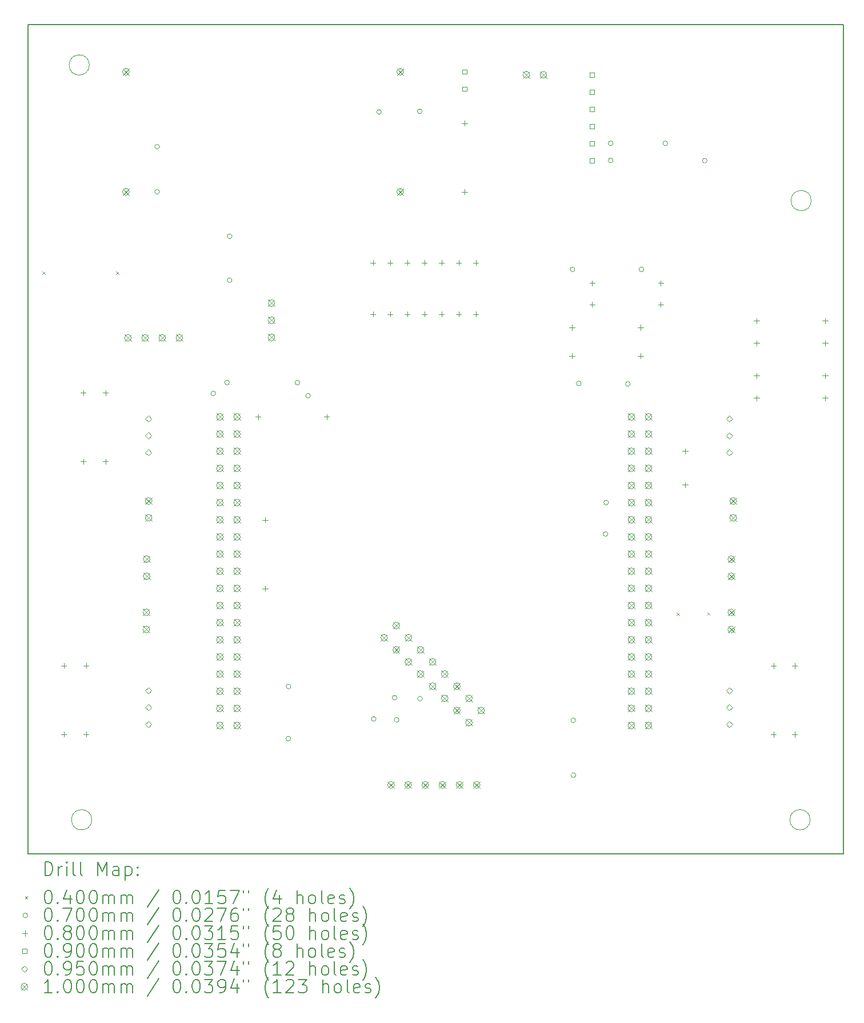
<source format=gbr>
%TF.GenerationSoftware,KiCad,Pcbnew,(6.0.10)*%
%TF.CreationDate,2023-12-01T10:25:26-03:00*%
%TF.ProjectId,ProyectoFinal_v4,50726f79-6563-4746-9f46-696e616c5f76,rev?*%
%TF.SameCoordinates,PX10f9d282PYd052140*%
%TF.FileFunction,Drillmap*%
%TF.FilePolarity,Positive*%
%FSLAX45Y45*%
G04 Gerber Fmt 4.5, Leading zero omitted, Abs format (unit mm)*
G04 Created by KiCad (PCBNEW (6.0.10)) date 2023-12-01 10:25:26*
%MOMM*%
%LPD*%
G01*
G04 APERTURE LIST*
%ADD10C,0.150000*%
%ADD11C,0.100000*%
%ADD12C,0.200000*%
%ADD13C,0.040000*%
%ADD14C,0.070000*%
%ADD15C,0.080000*%
%ADD16C,0.090000*%
%ADD17C,0.095000*%
G04 APERTURE END LIST*
D10*
X641000Y-505600D02*
X-11436000Y-505600D01*
X-11436000Y-505600D02*
X-11436000Y11778000D01*
X-11436000Y11778000D02*
X641000Y11778000D01*
X641000Y11778000D02*
X641000Y-505600D01*
D11*
X-10529800Y11182130D02*
G75*
G03*
X-10529800Y11182130I-150000J0D01*
G01*
X150000Y0D02*
G75*
G03*
X150000Y0I-150000J0D01*
G01*
X-10495000Y0D02*
G75*
G03*
X-10495000Y0I-150000J0D01*
G01*
X166219Y9173000D02*
G75*
G03*
X166219Y9173000I-150000J0D01*
G01*
D12*
D13*
X-11224781Y8121000D02*
X-11184781Y8081000D01*
X-11184781Y8121000D02*
X-11224781Y8081000D01*
X-10132781Y8124000D02*
X-10092781Y8084000D01*
X-10092781Y8124000D02*
X-10132781Y8084000D01*
X-1830781Y3070000D02*
X-1790781Y3030000D01*
X-1790781Y3070000D02*
X-1830781Y3030000D01*
X-1374781Y3072000D02*
X-1334781Y3032000D01*
X-1334781Y3072000D02*
X-1374781Y3032000D01*
D14*
X-9489781Y9972000D02*
G75*
G03*
X-9489781Y9972000I-35000J0D01*
G01*
X-9489781Y9303130D02*
G75*
G03*
X-9489781Y9303130I-35000J0D01*
G01*
X-8658781Y6317000D02*
G75*
G03*
X-8658781Y6317000I-35000J0D01*
G01*
X-8454781Y6477000D02*
G75*
G03*
X-8454781Y6477000I-35000J0D01*
G01*
X-8415781Y8644000D02*
G75*
G03*
X-8415781Y8644000I-35000J0D01*
G01*
X-8415781Y7994000D02*
G75*
G03*
X-8415781Y7994000I-35000J0D01*
G01*
X-7546781Y1203000D02*
G75*
G03*
X-7546781Y1203000I-35000J0D01*
G01*
X-7543781Y1974000D02*
G75*
G03*
X-7543781Y1974000I-35000J0D01*
G01*
X-7412781Y6477000D02*
G75*
G03*
X-7412781Y6477000I-35000J0D01*
G01*
X-7253781Y6283000D02*
G75*
G03*
X-7253781Y6283000I-35000J0D01*
G01*
X-6280781Y1494000D02*
G75*
G03*
X-6280781Y1494000I-35000J0D01*
G01*
X-6201367Y10485850D02*
G75*
G03*
X-6201367Y10485850I-35000J0D01*
G01*
X-5971781Y1808000D02*
G75*
G03*
X-5971781Y1808000I-35000J0D01*
G01*
X-5940781Y1481000D02*
G75*
G03*
X-5940781Y1481000I-35000J0D01*
G01*
X-5599581Y10495130D02*
G75*
G03*
X-5599581Y10495130I-35000J0D01*
G01*
X-5595781Y1794000D02*
G75*
G03*
X-5595781Y1794000I-35000J0D01*
G01*
X-3335781Y8154000D02*
G75*
G03*
X-3335781Y8154000I-35000J0D01*
G01*
X-3325181Y1473200D02*
G75*
G03*
X-3325181Y1473200I-35000J0D01*
G01*
X-3322781Y662000D02*
G75*
G03*
X-3322781Y662000I-35000J0D01*
G01*
X-3241781Y6465000D02*
G75*
G03*
X-3241781Y6465000I-35000J0D01*
G01*
X-2845781Y4234000D02*
G75*
G03*
X-2845781Y4234000I-35000J0D01*
G01*
X-2837600Y4699000D02*
G75*
G03*
X-2837600Y4699000I-35000J0D01*
G01*
X-2770781Y10021130D02*
G75*
G03*
X-2770781Y10021130I-35000J0D01*
G01*
X-2770781Y9767130D02*
G75*
G03*
X-2770781Y9767130I-35000J0D01*
G01*
X-2515781Y6457000D02*
G75*
G03*
X-2515781Y6457000I-35000J0D01*
G01*
X-2315781Y8154000D02*
G75*
G03*
X-2315781Y8154000I-35000J0D01*
G01*
X-1960400Y10021130D02*
G75*
G03*
X-1960400Y10021130I-35000J0D01*
G01*
X-1377581Y9764530D02*
G75*
G03*
X-1377581Y9764530I-35000J0D01*
G01*
D15*
X-10907891Y2323210D02*
X-10907891Y2243210D01*
X-10947891Y2283210D02*
X-10867891Y2283210D01*
X-10907891Y1307210D02*
X-10907891Y1227210D01*
X-10947891Y1267210D02*
X-10867891Y1267210D01*
X-10619600Y6364600D02*
X-10619600Y6284600D01*
X-10659600Y6324600D02*
X-10579600Y6324600D01*
X-10619600Y5348600D02*
X-10619600Y5268600D01*
X-10659600Y5308600D02*
X-10579600Y5308600D01*
X-10577691Y2323210D02*
X-10577691Y2243210D01*
X-10617691Y2283210D02*
X-10537691Y2283210D01*
X-10577691Y1307210D02*
X-10577691Y1227210D01*
X-10617691Y1267210D02*
X-10537691Y1267210D01*
X-10289400Y6364600D02*
X-10289400Y6284600D01*
X-10329400Y6324600D02*
X-10249400Y6324600D01*
X-10289400Y5348600D02*
X-10289400Y5268600D01*
X-10329400Y5308600D02*
X-10249400Y5308600D01*
X-8030781Y6009000D02*
X-8030781Y5929000D01*
X-8070781Y5969000D02*
X-7990781Y5969000D01*
X-7926781Y4483000D02*
X-7926781Y4403000D01*
X-7966781Y4443000D02*
X-7886781Y4443000D01*
X-7926781Y3467000D02*
X-7926781Y3387000D01*
X-7966781Y3427000D02*
X-7886781Y3427000D01*
X-7014781Y6009000D02*
X-7014781Y5929000D01*
X-7054781Y5969000D02*
X-6974781Y5969000D01*
X-6328281Y8293500D02*
X-6328281Y8213500D01*
X-6368281Y8253500D02*
X-6288281Y8253500D01*
X-6328281Y7531500D02*
X-6328281Y7451500D01*
X-6368281Y7491500D02*
X-6288281Y7491500D01*
X-6074281Y8293500D02*
X-6074281Y8213500D01*
X-6114281Y8253500D02*
X-6034281Y8253500D01*
X-6074281Y7531500D02*
X-6074281Y7451500D01*
X-6114281Y7491500D02*
X-6034281Y7491500D01*
X-5820281Y8293500D02*
X-5820281Y8213500D01*
X-5860281Y8253500D02*
X-5780281Y8253500D01*
X-5820281Y7531500D02*
X-5820281Y7451500D01*
X-5860281Y7491500D02*
X-5780281Y7491500D01*
X-5566281Y8293500D02*
X-5566281Y8213500D01*
X-5606281Y8253500D02*
X-5526281Y8253500D01*
X-5566281Y7531500D02*
X-5566281Y7451500D01*
X-5606281Y7491500D02*
X-5526281Y7491500D01*
X-5312281Y8293500D02*
X-5312281Y8213500D01*
X-5352281Y8253500D02*
X-5272281Y8253500D01*
X-5312281Y7531500D02*
X-5312281Y7451500D01*
X-5352281Y7491500D02*
X-5272281Y7491500D01*
X-5058281Y8293500D02*
X-5058281Y8213500D01*
X-5098281Y8253500D02*
X-5018281Y8253500D01*
X-5058281Y7531500D02*
X-5058281Y7451500D01*
X-5098281Y7491500D02*
X-5018281Y7491500D01*
X-4970781Y10359130D02*
X-4970781Y10279130D01*
X-5010781Y10319130D02*
X-4930781Y10319130D01*
X-4970781Y9343130D02*
X-4970781Y9263130D01*
X-5010781Y9303130D02*
X-4930781Y9303130D01*
X-4804281Y8293500D02*
X-4804281Y8213500D01*
X-4844281Y8253500D02*
X-4764281Y8253500D01*
X-4804281Y7531500D02*
X-4804281Y7451500D01*
X-4844281Y7491500D02*
X-4764281Y7491500D01*
X-3376781Y7334000D02*
X-3376781Y7254000D01*
X-3416781Y7294000D02*
X-3336781Y7294000D01*
X-3376781Y6914000D02*
X-3376781Y6834000D01*
X-3416781Y6874000D02*
X-3336781Y6874000D01*
X-3079881Y7989572D02*
X-3079881Y7909572D01*
X-3119881Y7949572D02*
X-3039881Y7949572D01*
X-3079881Y7674572D02*
X-3079881Y7594572D01*
X-3119881Y7634572D02*
X-3039881Y7634572D01*
X-2360781Y7334000D02*
X-2360781Y7254000D01*
X-2400781Y7294000D02*
X-2320781Y7294000D01*
X-2360781Y6914000D02*
X-2360781Y6834000D01*
X-2400781Y6874000D02*
X-2320781Y6874000D01*
X-2063881Y7989572D02*
X-2063881Y7909572D01*
X-2103881Y7949572D02*
X-2023881Y7949572D01*
X-2063881Y7674572D02*
X-2063881Y7594572D01*
X-2103881Y7634572D02*
X-2023881Y7634572D01*
X-1700200Y5501000D02*
X-1700200Y5421000D01*
X-1740200Y5461000D02*
X-1660200Y5461000D01*
X-1700200Y5001000D02*
X-1700200Y4921000D01*
X-1740200Y4961000D02*
X-1660200Y4961000D01*
X-642381Y7431400D02*
X-642381Y7351400D01*
X-682381Y7391400D02*
X-602381Y7391400D01*
X-642381Y7101200D02*
X-642381Y7021200D01*
X-682381Y7061200D02*
X-602381Y7061200D01*
X-642381Y6288400D02*
X-642381Y6208400D01*
X-682381Y6248400D02*
X-602381Y6248400D01*
X-641781Y6618600D02*
X-641781Y6538600D01*
X-681781Y6578600D02*
X-601781Y6578600D01*
X-393560Y2319300D02*
X-393560Y2239300D01*
X-433560Y2279300D02*
X-353560Y2279300D01*
X-393560Y1303300D02*
X-393560Y1223300D01*
X-433560Y1263300D02*
X-353560Y1263300D01*
X-78600Y2319300D02*
X-78600Y2239300D01*
X-118600Y2279300D02*
X-38600Y2279300D01*
X-78600Y1303300D02*
X-78600Y1223300D01*
X-118600Y1263300D02*
X-38600Y1263300D01*
X373619Y7431400D02*
X373619Y7351400D01*
X333619Y7391400D02*
X413619Y7391400D01*
X373619Y7101200D02*
X373619Y7021200D01*
X333619Y7061200D02*
X413619Y7061200D01*
X373619Y6288400D02*
X373619Y6208400D01*
X333619Y6248400D02*
X413619Y6248400D01*
X374219Y6618600D02*
X374219Y6538600D01*
X334219Y6578600D02*
X414219Y6578600D01*
D16*
X-4938961Y11049310D02*
X-4938961Y11112950D01*
X-5002601Y11112950D01*
X-5002601Y11049310D01*
X-4938961Y11049310D01*
X-4938961Y10795310D02*
X-4938961Y10858950D01*
X-5002601Y10858950D01*
X-5002601Y10795310D01*
X-4938961Y10795310D01*
X-3048061Y11005310D02*
X-3048061Y11068950D01*
X-3111701Y11068950D01*
X-3111701Y11005310D01*
X-3048061Y11005310D01*
X-3048061Y10751310D02*
X-3048061Y10814950D01*
X-3111701Y10814950D01*
X-3111701Y10751310D01*
X-3048061Y10751310D01*
X-3048061Y10497310D02*
X-3048061Y10560950D01*
X-3111701Y10560950D01*
X-3111701Y10497310D01*
X-3048061Y10497310D01*
X-3048061Y10243310D02*
X-3048061Y10306950D01*
X-3111701Y10306950D01*
X-3111701Y10243310D01*
X-3048061Y10243310D01*
X-3048061Y9989310D02*
X-3048061Y10052950D01*
X-3111701Y10052950D01*
X-3111701Y9989310D01*
X-3048061Y9989310D01*
X-3048061Y9735310D02*
X-3048061Y9798950D01*
X-3111701Y9798950D01*
X-3111701Y9735310D01*
X-3048061Y9735310D01*
D17*
X-9654781Y5894600D02*
X-9607281Y5942100D01*
X-9654781Y5989600D01*
X-9702281Y5942100D01*
X-9654781Y5894600D01*
X-9654781Y5644600D02*
X-9607281Y5692100D01*
X-9654781Y5739600D01*
X-9702281Y5692100D01*
X-9654781Y5644600D01*
X-9654781Y5394600D02*
X-9607281Y5442100D01*
X-9654781Y5489600D01*
X-9702281Y5442100D01*
X-9654781Y5394600D01*
X-9654781Y1866500D02*
X-9607281Y1914000D01*
X-9654781Y1961500D01*
X-9702281Y1914000D01*
X-9654781Y1866500D01*
X-9654781Y1616500D02*
X-9607281Y1664000D01*
X-9654781Y1711500D01*
X-9702281Y1664000D01*
X-9654781Y1616500D01*
X-9654781Y1366500D02*
X-9607281Y1414000D01*
X-9654781Y1461500D01*
X-9702281Y1414000D01*
X-9654781Y1366500D01*
X-1048781Y5894100D02*
X-1001281Y5941600D01*
X-1048781Y5989100D01*
X-1096281Y5941600D01*
X-1048781Y5894100D01*
X-1048781Y5644100D02*
X-1001281Y5691600D01*
X-1048781Y5739100D01*
X-1096281Y5691600D01*
X-1048781Y5644100D01*
X-1048781Y5394100D02*
X-1001281Y5441600D01*
X-1048781Y5489100D01*
X-1096281Y5441600D01*
X-1048781Y5394100D01*
X-1048781Y1866500D02*
X-1001281Y1914000D01*
X-1048781Y1961500D01*
X-1096281Y1914000D01*
X-1048781Y1866500D01*
X-1048781Y1616500D02*
X-1001281Y1664000D01*
X-1048781Y1711500D01*
X-1096281Y1664000D01*
X-1048781Y1616500D01*
X-1048781Y1366500D02*
X-1001281Y1414000D01*
X-1048781Y1461500D01*
X-1096281Y1414000D01*
X-1048781Y1366500D01*
D11*
X-10037281Y11131130D02*
X-9937281Y11031130D01*
X-9937281Y11131130D02*
X-10037281Y11031130D01*
X-9937281Y11081130D02*
G75*
G03*
X-9937281Y11081130I-50000J0D01*
G01*
X-10037281Y9353130D02*
X-9937281Y9253130D01*
X-9937281Y9353130D02*
X-10037281Y9253130D01*
X-9937281Y9303130D02*
G75*
G03*
X-9937281Y9303130I-50000J0D01*
G01*
X-10008200Y7189900D02*
X-9908200Y7089900D01*
X-9908200Y7189900D02*
X-10008200Y7089900D01*
X-9908200Y7139900D02*
G75*
G03*
X-9908200Y7139900I-50000J0D01*
G01*
X-9754200Y7189900D02*
X-9654200Y7089900D01*
X-9654200Y7189900D02*
X-9754200Y7089900D01*
X-9654200Y7139900D02*
G75*
G03*
X-9654200Y7139900I-50000J0D01*
G01*
X-9734781Y3123900D02*
X-9634781Y3023900D01*
X-9634781Y3123900D02*
X-9734781Y3023900D01*
X-9634781Y3073900D02*
G75*
G03*
X-9634781Y3073900I-50000J0D01*
G01*
X-9734781Y2869900D02*
X-9634781Y2769900D01*
X-9634781Y2869900D02*
X-9734781Y2769900D01*
X-9634781Y2819900D02*
G75*
G03*
X-9634781Y2819900I-50000J0D01*
G01*
X-9730181Y3911800D02*
X-9630181Y3811800D01*
X-9630181Y3911800D02*
X-9730181Y3811800D01*
X-9630181Y3861800D02*
G75*
G03*
X-9630181Y3861800I-50000J0D01*
G01*
X-9730181Y3657800D02*
X-9630181Y3557800D01*
X-9630181Y3657800D02*
X-9730181Y3557800D01*
X-9630181Y3607800D02*
G75*
G03*
X-9630181Y3607800I-50000J0D01*
G01*
X-9700181Y4772900D02*
X-9600181Y4672900D01*
X-9600181Y4772900D02*
X-9700181Y4672900D01*
X-9600181Y4722900D02*
G75*
G03*
X-9600181Y4722900I-50000J0D01*
G01*
X-9700181Y4522900D02*
X-9600181Y4422900D01*
X-9600181Y4522900D02*
X-9700181Y4422900D01*
X-9600181Y4472900D02*
G75*
G03*
X-9600181Y4472900I-50000J0D01*
G01*
X-9500200Y7189900D02*
X-9400200Y7089900D01*
X-9400200Y7189900D02*
X-9500200Y7089900D01*
X-9400200Y7139900D02*
G75*
G03*
X-9400200Y7139900I-50000J0D01*
G01*
X-9246200Y7189900D02*
X-9146200Y7089900D01*
X-9146200Y7189900D02*
X-9246200Y7089900D01*
X-9146200Y7139900D02*
G75*
G03*
X-9146200Y7139900I-50000J0D01*
G01*
X-8644781Y6019000D02*
X-8544781Y5919000D01*
X-8544781Y6019000D02*
X-8644781Y5919000D01*
X-8544781Y5969000D02*
G75*
G03*
X-8544781Y5969000I-50000J0D01*
G01*
X-8644781Y5765000D02*
X-8544781Y5665000D01*
X-8544781Y5765000D02*
X-8644781Y5665000D01*
X-8544781Y5715000D02*
G75*
G03*
X-8544781Y5715000I-50000J0D01*
G01*
X-8644781Y5511000D02*
X-8544781Y5411000D01*
X-8544781Y5511000D02*
X-8644781Y5411000D01*
X-8544781Y5461000D02*
G75*
G03*
X-8544781Y5461000I-50000J0D01*
G01*
X-8644781Y5257000D02*
X-8544781Y5157000D01*
X-8544781Y5257000D02*
X-8644781Y5157000D01*
X-8544781Y5207000D02*
G75*
G03*
X-8544781Y5207000I-50000J0D01*
G01*
X-8644781Y5003000D02*
X-8544781Y4903000D01*
X-8544781Y5003000D02*
X-8644781Y4903000D01*
X-8544781Y4953000D02*
G75*
G03*
X-8544781Y4953000I-50000J0D01*
G01*
X-8644781Y4749000D02*
X-8544781Y4649000D01*
X-8544781Y4749000D02*
X-8644781Y4649000D01*
X-8544781Y4699000D02*
G75*
G03*
X-8544781Y4699000I-50000J0D01*
G01*
X-8644781Y4495000D02*
X-8544781Y4395000D01*
X-8544781Y4495000D02*
X-8644781Y4395000D01*
X-8544781Y4445000D02*
G75*
G03*
X-8544781Y4445000I-50000J0D01*
G01*
X-8644781Y4241000D02*
X-8544781Y4141000D01*
X-8544781Y4241000D02*
X-8644781Y4141000D01*
X-8544781Y4191000D02*
G75*
G03*
X-8544781Y4191000I-50000J0D01*
G01*
X-8644781Y3987000D02*
X-8544781Y3887000D01*
X-8544781Y3987000D02*
X-8644781Y3887000D01*
X-8544781Y3937000D02*
G75*
G03*
X-8544781Y3937000I-50000J0D01*
G01*
X-8644781Y3733000D02*
X-8544781Y3633000D01*
X-8544781Y3733000D02*
X-8644781Y3633000D01*
X-8544781Y3683000D02*
G75*
G03*
X-8544781Y3683000I-50000J0D01*
G01*
X-8644781Y3479000D02*
X-8544781Y3379000D01*
X-8544781Y3479000D02*
X-8644781Y3379000D01*
X-8544781Y3429000D02*
G75*
G03*
X-8544781Y3429000I-50000J0D01*
G01*
X-8644781Y3225000D02*
X-8544781Y3125000D01*
X-8544781Y3225000D02*
X-8644781Y3125000D01*
X-8544781Y3175000D02*
G75*
G03*
X-8544781Y3175000I-50000J0D01*
G01*
X-8644781Y2971000D02*
X-8544781Y2871000D01*
X-8544781Y2971000D02*
X-8644781Y2871000D01*
X-8544781Y2921000D02*
G75*
G03*
X-8544781Y2921000I-50000J0D01*
G01*
X-8644781Y2717000D02*
X-8544781Y2617000D01*
X-8544781Y2717000D02*
X-8644781Y2617000D01*
X-8544781Y2667000D02*
G75*
G03*
X-8544781Y2667000I-50000J0D01*
G01*
X-8644781Y2463000D02*
X-8544781Y2363000D01*
X-8544781Y2463000D02*
X-8644781Y2363000D01*
X-8544781Y2413000D02*
G75*
G03*
X-8544781Y2413000I-50000J0D01*
G01*
X-8644781Y2209000D02*
X-8544781Y2109000D01*
X-8544781Y2209000D02*
X-8644781Y2109000D01*
X-8544781Y2159000D02*
G75*
G03*
X-8544781Y2159000I-50000J0D01*
G01*
X-8644781Y1955000D02*
X-8544781Y1855000D01*
X-8544781Y1955000D02*
X-8644781Y1855000D01*
X-8544781Y1905000D02*
G75*
G03*
X-8544781Y1905000I-50000J0D01*
G01*
X-8644781Y1701000D02*
X-8544781Y1601000D01*
X-8544781Y1701000D02*
X-8644781Y1601000D01*
X-8544781Y1651000D02*
G75*
G03*
X-8544781Y1651000I-50000J0D01*
G01*
X-8644781Y1447000D02*
X-8544781Y1347000D01*
X-8544781Y1447000D02*
X-8644781Y1347000D01*
X-8544781Y1397000D02*
G75*
G03*
X-8544781Y1397000I-50000J0D01*
G01*
X-8390781Y6019000D02*
X-8290781Y5919000D01*
X-8290781Y6019000D02*
X-8390781Y5919000D01*
X-8290781Y5969000D02*
G75*
G03*
X-8290781Y5969000I-50000J0D01*
G01*
X-8390781Y5765000D02*
X-8290781Y5665000D01*
X-8290781Y5765000D02*
X-8390781Y5665000D01*
X-8290781Y5715000D02*
G75*
G03*
X-8290781Y5715000I-50000J0D01*
G01*
X-8390781Y5511000D02*
X-8290781Y5411000D01*
X-8290781Y5511000D02*
X-8390781Y5411000D01*
X-8290781Y5461000D02*
G75*
G03*
X-8290781Y5461000I-50000J0D01*
G01*
X-8390781Y5257000D02*
X-8290781Y5157000D01*
X-8290781Y5257000D02*
X-8390781Y5157000D01*
X-8290781Y5207000D02*
G75*
G03*
X-8290781Y5207000I-50000J0D01*
G01*
X-8390781Y5003000D02*
X-8290781Y4903000D01*
X-8290781Y5003000D02*
X-8390781Y4903000D01*
X-8290781Y4953000D02*
G75*
G03*
X-8290781Y4953000I-50000J0D01*
G01*
X-8390781Y4749000D02*
X-8290781Y4649000D01*
X-8290781Y4749000D02*
X-8390781Y4649000D01*
X-8290781Y4699000D02*
G75*
G03*
X-8290781Y4699000I-50000J0D01*
G01*
X-8390781Y4495000D02*
X-8290781Y4395000D01*
X-8290781Y4495000D02*
X-8390781Y4395000D01*
X-8290781Y4445000D02*
G75*
G03*
X-8290781Y4445000I-50000J0D01*
G01*
X-8390781Y4241000D02*
X-8290781Y4141000D01*
X-8290781Y4241000D02*
X-8390781Y4141000D01*
X-8290781Y4191000D02*
G75*
G03*
X-8290781Y4191000I-50000J0D01*
G01*
X-8390781Y3987000D02*
X-8290781Y3887000D01*
X-8290781Y3987000D02*
X-8390781Y3887000D01*
X-8290781Y3937000D02*
G75*
G03*
X-8290781Y3937000I-50000J0D01*
G01*
X-8390781Y3733000D02*
X-8290781Y3633000D01*
X-8290781Y3733000D02*
X-8390781Y3633000D01*
X-8290781Y3683000D02*
G75*
G03*
X-8290781Y3683000I-50000J0D01*
G01*
X-8390781Y3479000D02*
X-8290781Y3379000D01*
X-8290781Y3479000D02*
X-8390781Y3379000D01*
X-8290781Y3429000D02*
G75*
G03*
X-8290781Y3429000I-50000J0D01*
G01*
X-8390781Y3225000D02*
X-8290781Y3125000D01*
X-8290781Y3225000D02*
X-8390781Y3125000D01*
X-8290781Y3175000D02*
G75*
G03*
X-8290781Y3175000I-50000J0D01*
G01*
X-8390781Y2971000D02*
X-8290781Y2871000D01*
X-8290781Y2971000D02*
X-8390781Y2871000D01*
X-8290781Y2921000D02*
G75*
G03*
X-8290781Y2921000I-50000J0D01*
G01*
X-8390781Y2717000D02*
X-8290781Y2617000D01*
X-8290781Y2717000D02*
X-8390781Y2617000D01*
X-8290781Y2667000D02*
G75*
G03*
X-8290781Y2667000I-50000J0D01*
G01*
X-8390781Y2463000D02*
X-8290781Y2363000D01*
X-8290781Y2463000D02*
X-8390781Y2363000D01*
X-8290781Y2413000D02*
G75*
G03*
X-8290781Y2413000I-50000J0D01*
G01*
X-8390781Y2209000D02*
X-8290781Y2109000D01*
X-8290781Y2209000D02*
X-8390781Y2109000D01*
X-8290781Y2159000D02*
G75*
G03*
X-8290781Y2159000I-50000J0D01*
G01*
X-8390781Y1955000D02*
X-8290781Y1855000D01*
X-8290781Y1955000D02*
X-8390781Y1855000D01*
X-8290781Y1905000D02*
G75*
G03*
X-8290781Y1905000I-50000J0D01*
G01*
X-8390781Y1701000D02*
X-8290781Y1601000D01*
X-8290781Y1701000D02*
X-8390781Y1601000D01*
X-8290781Y1651000D02*
G75*
G03*
X-8290781Y1651000I-50000J0D01*
G01*
X-8390781Y1447000D02*
X-8290781Y1347000D01*
X-8290781Y1447000D02*
X-8390781Y1347000D01*
X-8290781Y1397000D02*
G75*
G03*
X-8290781Y1397000I-50000J0D01*
G01*
X-7880781Y7704000D02*
X-7780781Y7604000D01*
X-7780781Y7704000D02*
X-7880781Y7604000D01*
X-7780781Y7654000D02*
G75*
G03*
X-7780781Y7654000I-50000J0D01*
G01*
X-7880781Y7450000D02*
X-7780781Y7350000D01*
X-7780781Y7450000D02*
X-7880781Y7350000D01*
X-7780781Y7400000D02*
G75*
G03*
X-7780781Y7400000I-50000J0D01*
G01*
X-7880781Y7196000D02*
X-7780781Y7096000D01*
X-7780781Y7196000D02*
X-7880781Y7096000D01*
X-7780781Y7146000D02*
G75*
G03*
X-7780781Y7146000I-50000J0D01*
G01*
X-6212077Y2747815D02*
X-6112077Y2647815D01*
X-6112077Y2747815D02*
X-6212077Y2647815D01*
X-6112077Y2697815D02*
G75*
G03*
X-6112077Y2697815I-50000J0D01*
G01*
X-6110090Y566200D02*
X-6010090Y466200D01*
X-6010090Y566200D02*
X-6110090Y466200D01*
X-6010090Y516200D02*
G75*
G03*
X-6010090Y516200I-50000J0D01*
G01*
X-6032472Y2927420D02*
X-5932472Y2827420D01*
X-5932472Y2927420D02*
X-6032472Y2827420D01*
X-5932472Y2877420D02*
G75*
G03*
X-5932472Y2877420I-50000J0D01*
G01*
X-6032472Y2568210D02*
X-5932472Y2468210D01*
X-5932472Y2568210D02*
X-6032472Y2468210D01*
X-5932472Y2518210D02*
G75*
G03*
X-5932472Y2518210I-50000J0D01*
G01*
X-5973281Y11131130D02*
X-5873281Y11031130D01*
X-5873281Y11131130D02*
X-5973281Y11031130D01*
X-5873281Y11081130D02*
G75*
G03*
X-5873281Y11081130I-50000J0D01*
G01*
X-5973281Y9353130D02*
X-5873281Y9253130D01*
X-5873281Y9353130D02*
X-5973281Y9253130D01*
X-5873281Y9303130D02*
G75*
G03*
X-5873281Y9303130I-50000J0D01*
G01*
X-5856090Y566200D02*
X-5756090Y466200D01*
X-5756090Y566200D02*
X-5856090Y466200D01*
X-5756090Y516200D02*
G75*
G03*
X-5756090Y516200I-50000J0D01*
G01*
X-5852867Y2747815D02*
X-5752867Y2647815D01*
X-5752867Y2747815D02*
X-5852867Y2647815D01*
X-5752867Y2697815D02*
G75*
G03*
X-5752867Y2697815I-50000J0D01*
G01*
X-5852867Y2388605D02*
X-5752867Y2288605D01*
X-5752867Y2388605D02*
X-5852867Y2288605D01*
X-5752867Y2338605D02*
G75*
G03*
X-5752867Y2338605I-50000J0D01*
G01*
X-5673262Y2568210D02*
X-5573262Y2468210D01*
X-5573262Y2568210D02*
X-5673262Y2468210D01*
X-5573262Y2518210D02*
G75*
G03*
X-5573262Y2518210I-50000J0D01*
G01*
X-5673262Y2209000D02*
X-5573262Y2109000D01*
X-5573262Y2209000D02*
X-5673262Y2109000D01*
X-5573262Y2159000D02*
G75*
G03*
X-5573262Y2159000I-50000J0D01*
G01*
X-5602090Y566200D02*
X-5502091Y466200D01*
X-5502091Y566200D02*
X-5602090Y466200D01*
X-5502091Y516200D02*
G75*
G03*
X-5502091Y516200I-50000J0D01*
G01*
X-5493657Y2388605D02*
X-5393657Y2288605D01*
X-5393657Y2388605D02*
X-5493657Y2288605D01*
X-5393657Y2338605D02*
G75*
G03*
X-5393657Y2338605I-50000J0D01*
G01*
X-5493657Y2029395D02*
X-5393657Y1929395D01*
X-5393657Y2029395D02*
X-5493657Y1929395D01*
X-5393657Y1979395D02*
G75*
G03*
X-5393657Y1979395I-50000J0D01*
G01*
X-5348091Y566200D02*
X-5248091Y466200D01*
X-5248091Y566200D02*
X-5348091Y466200D01*
X-5248091Y516200D02*
G75*
G03*
X-5248091Y516200I-50000J0D01*
G01*
X-5314052Y2209000D02*
X-5214052Y2109000D01*
X-5214052Y2209000D02*
X-5314052Y2109000D01*
X-5214052Y2159000D02*
G75*
G03*
X-5214052Y2159000I-50000J0D01*
G01*
X-5314052Y1849790D02*
X-5214052Y1749790D01*
X-5214052Y1849790D02*
X-5314052Y1749790D01*
X-5214052Y1799790D02*
G75*
G03*
X-5214052Y1799790I-50000J0D01*
G01*
X-5134447Y2029395D02*
X-5034447Y1929395D01*
X-5034447Y2029395D02*
X-5134447Y1929395D01*
X-5034447Y1979395D02*
G75*
G03*
X-5034447Y1979395I-50000J0D01*
G01*
X-5134447Y1670185D02*
X-5034447Y1570185D01*
X-5034447Y1670185D02*
X-5134447Y1570185D01*
X-5034447Y1620185D02*
G75*
G03*
X-5034447Y1620185I-50000J0D01*
G01*
X-5094091Y566200D02*
X-4994091Y466200D01*
X-4994091Y566200D02*
X-5094091Y466200D01*
X-4994091Y516200D02*
G75*
G03*
X-4994091Y516200I-50000J0D01*
G01*
X-4954841Y1849790D02*
X-4854841Y1749790D01*
X-4854841Y1849790D02*
X-4954841Y1749790D01*
X-4854841Y1799790D02*
G75*
G03*
X-4854841Y1799790I-50000J0D01*
G01*
X-4954841Y1490579D02*
X-4854841Y1390580D01*
X-4854841Y1490579D02*
X-4954841Y1390580D01*
X-4854841Y1440579D02*
G75*
G03*
X-4854841Y1440579I-50000J0D01*
G01*
X-4840091Y566200D02*
X-4740091Y466200D01*
X-4740091Y566200D02*
X-4840091Y466200D01*
X-4740091Y516200D02*
G75*
G03*
X-4740091Y516200I-50000J0D01*
G01*
X-4775236Y1670185D02*
X-4675236Y1570185D01*
X-4675236Y1670185D02*
X-4775236Y1570185D01*
X-4675236Y1620185D02*
G75*
G03*
X-4675236Y1620185I-50000J0D01*
G01*
X-4102581Y11087130D02*
X-4002581Y10987130D01*
X-4002581Y11087130D02*
X-4102581Y10987130D01*
X-4002581Y11037130D02*
G75*
G03*
X-4002581Y11037130I-50000J0D01*
G01*
X-3852581Y11087130D02*
X-3752581Y10987130D01*
X-3752581Y11087130D02*
X-3852581Y10987130D01*
X-3752581Y11037130D02*
G75*
G03*
X-3752581Y11037130I-50000J0D01*
G01*
X-2548781Y6019000D02*
X-2448781Y5919000D01*
X-2448781Y6019000D02*
X-2548781Y5919000D01*
X-2448781Y5969000D02*
G75*
G03*
X-2448781Y5969000I-50000J0D01*
G01*
X-2548781Y5765000D02*
X-2448781Y5665000D01*
X-2448781Y5765000D02*
X-2548781Y5665000D01*
X-2448781Y5715000D02*
G75*
G03*
X-2448781Y5715000I-50000J0D01*
G01*
X-2548781Y5511000D02*
X-2448781Y5411000D01*
X-2448781Y5511000D02*
X-2548781Y5411000D01*
X-2448781Y5461000D02*
G75*
G03*
X-2448781Y5461000I-50000J0D01*
G01*
X-2548781Y5257000D02*
X-2448781Y5157000D01*
X-2448781Y5257000D02*
X-2548781Y5157000D01*
X-2448781Y5207000D02*
G75*
G03*
X-2448781Y5207000I-50000J0D01*
G01*
X-2548781Y5003000D02*
X-2448781Y4903000D01*
X-2448781Y5003000D02*
X-2548781Y4903000D01*
X-2448781Y4953000D02*
G75*
G03*
X-2448781Y4953000I-50000J0D01*
G01*
X-2548781Y4749000D02*
X-2448781Y4649000D01*
X-2448781Y4749000D02*
X-2548781Y4649000D01*
X-2448781Y4699000D02*
G75*
G03*
X-2448781Y4699000I-50000J0D01*
G01*
X-2548781Y4495000D02*
X-2448781Y4395000D01*
X-2448781Y4495000D02*
X-2548781Y4395000D01*
X-2448781Y4445000D02*
G75*
G03*
X-2448781Y4445000I-50000J0D01*
G01*
X-2548781Y4241000D02*
X-2448781Y4141000D01*
X-2448781Y4241000D02*
X-2548781Y4141000D01*
X-2448781Y4191000D02*
G75*
G03*
X-2448781Y4191000I-50000J0D01*
G01*
X-2548781Y3987000D02*
X-2448781Y3887000D01*
X-2448781Y3987000D02*
X-2548781Y3887000D01*
X-2448781Y3937000D02*
G75*
G03*
X-2448781Y3937000I-50000J0D01*
G01*
X-2548781Y3733000D02*
X-2448781Y3633000D01*
X-2448781Y3733000D02*
X-2548781Y3633000D01*
X-2448781Y3683000D02*
G75*
G03*
X-2448781Y3683000I-50000J0D01*
G01*
X-2548781Y3479000D02*
X-2448781Y3379000D01*
X-2448781Y3479000D02*
X-2548781Y3379000D01*
X-2448781Y3429000D02*
G75*
G03*
X-2448781Y3429000I-50000J0D01*
G01*
X-2548781Y3225000D02*
X-2448781Y3125000D01*
X-2448781Y3225000D02*
X-2548781Y3125000D01*
X-2448781Y3175000D02*
G75*
G03*
X-2448781Y3175000I-50000J0D01*
G01*
X-2548781Y2971000D02*
X-2448781Y2871000D01*
X-2448781Y2971000D02*
X-2548781Y2871000D01*
X-2448781Y2921000D02*
G75*
G03*
X-2448781Y2921000I-50000J0D01*
G01*
X-2548781Y2717000D02*
X-2448781Y2617000D01*
X-2448781Y2717000D02*
X-2548781Y2617000D01*
X-2448781Y2667000D02*
G75*
G03*
X-2448781Y2667000I-50000J0D01*
G01*
X-2548781Y2463000D02*
X-2448781Y2363000D01*
X-2448781Y2463000D02*
X-2548781Y2363000D01*
X-2448781Y2413000D02*
G75*
G03*
X-2448781Y2413000I-50000J0D01*
G01*
X-2548781Y2209000D02*
X-2448781Y2109000D01*
X-2448781Y2209000D02*
X-2548781Y2109000D01*
X-2448781Y2159000D02*
G75*
G03*
X-2448781Y2159000I-50000J0D01*
G01*
X-2548781Y1955000D02*
X-2448781Y1855000D01*
X-2448781Y1955000D02*
X-2548781Y1855000D01*
X-2448781Y1905000D02*
G75*
G03*
X-2448781Y1905000I-50000J0D01*
G01*
X-2548781Y1701000D02*
X-2448781Y1601000D01*
X-2448781Y1701000D02*
X-2548781Y1601000D01*
X-2448781Y1651000D02*
G75*
G03*
X-2448781Y1651000I-50000J0D01*
G01*
X-2548781Y1447000D02*
X-2448781Y1347000D01*
X-2448781Y1447000D02*
X-2548781Y1347000D01*
X-2448781Y1397000D02*
G75*
G03*
X-2448781Y1397000I-50000J0D01*
G01*
X-2294781Y6019000D02*
X-2194781Y5919000D01*
X-2194781Y6019000D02*
X-2294781Y5919000D01*
X-2194781Y5969000D02*
G75*
G03*
X-2194781Y5969000I-50000J0D01*
G01*
X-2294781Y5765000D02*
X-2194781Y5665000D01*
X-2194781Y5765000D02*
X-2294781Y5665000D01*
X-2194781Y5715000D02*
G75*
G03*
X-2194781Y5715000I-50000J0D01*
G01*
X-2294781Y5511000D02*
X-2194781Y5411000D01*
X-2194781Y5511000D02*
X-2294781Y5411000D01*
X-2194781Y5461000D02*
G75*
G03*
X-2194781Y5461000I-50000J0D01*
G01*
X-2294781Y5257000D02*
X-2194781Y5157000D01*
X-2194781Y5257000D02*
X-2294781Y5157000D01*
X-2194781Y5207000D02*
G75*
G03*
X-2194781Y5207000I-50000J0D01*
G01*
X-2294781Y5003000D02*
X-2194781Y4903000D01*
X-2194781Y5003000D02*
X-2294781Y4903000D01*
X-2194781Y4953000D02*
G75*
G03*
X-2194781Y4953000I-50000J0D01*
G01*
X-2294781Y4749000D02*
X-2194781Y4649000D01*
X-2194781Y4749000D02*
X-2294781Y4649000D01*
X-2194781Y4699000D02*
G75*
G03*
X-2194781Y4699000I-50000J0D01*
G01*
X-2294781Y4495000D02*
X-2194781Y4395000D01*
X-2194781Y4495000D02*
X-2294781Y4395000D01*
X-2194781Y4445000D02*
G75*
G03*
X-2194781Y4445000I-50000J0D01*
G01*
X-2294781Y4241000D02*
X-2194781Y4141000D01*
X-2194781Y4241000D02*
X-2294781Y4141000D01*
X-2194781Y4191000D02*
G75*
G03*
X-2194781Y4191000I-50000J0D01*
G01*
X-2294781Y3987000D02*
X-2194781Y3887000D01*
X-2194781Y3987000D02*
X-2294781Y3887000D01*
X-2194781Y3937000D02*
G75*
G03*
X-2194781Y3937000I-50000J0D01*
G01*
X-2294781Y3733000D02*
X-2194781Y3633000D01*
X-2194781Y3733000D02*
X-2294781Y3633000D01*
X-2194781Y3683000D02*
G75*
G03*
X-2194781Y3683000I-50000J0D01*
G01*
X-2294781Y3479000D02*
X-2194781Y3379000D01*
X-2194781Y3479000D02*
X-2294781Y3379000D01*
X-2194781Y3429000D02*
G75*
G03*
X-2194781Y3429000I-50000J0D01*
G01*
X-2294781Y3225000D02*
X-2194781Y3125000D01*
X-2194781Y3225000D02*
X-2294781Y3125000D01*
X-2194781Y3175000D02*
G75*
G03*
X-2194781Y3175000I-50000J0D01*
G01*
X-2294781Y2971000D02*
X-2194781Y2871000D01*
X-2194781Y2971000D02*
X-2294781Y2871000D01*
X-2194781Y2921000D02*
G75*
G03*
X-2194781Y2921000I-50000J0D01*
G01*
X-2294781Y2717000D02*
X-2194781Y2617000D01*
X-2194781Y2717000D02*
X-2294781Y2617000D01*
X-2194781Y2667000D02*
G75*
G03*
X-2194781Y2667000I-50000J0D01*
G01*
X-2294781Y2463000D02*
X-2194781Y2363000D01*
X-2194781Y2463000D02*
X-2294781Y2363000D01*
X-2194781Y2413000D02*
G75*
G03*
X-2194781Y2413000I-50000J0D01*
G01*
X-2294781Y2209000D02*
X-2194781Y2109000D01*
X-2194781Y2209000D02*
X-2294781Y2109000D01*
X-2194781Y2159000D02*
G75*
G03*
X-2194781Y2159000I-50000J0D01*
G01*
X-2294781Y1955000D02*
X-2194781Y1855000D01*
X-2194781Y1955000D02*
X-2294781Y1855000D01*
X-2194781Y1905000D02*
G75*
G03*
X-2194781Y1905000I-50000J0D01*
G01*
X-2294781Y1701000D02*
X-2194781Y1601000D01*
X-2194781Y1701000D02*
X-2294781Y1601000D01*
X-2194781Y1651000D02*
G75*
G03*
X-2194781Y1651000I-50000J0D01*
G01*
X-2294781Y1447000D02*
X-2194781Y1347000D01*
X-2194781Y1447000D02*
X-2294781Y1347000D01*
X-2194781Y1397000D02*
G75*
G03*
X-2194781Y1397000I-50000J0D01*
G01*
X-1068781Y3910300D02*
X-968781Y3810300D01*
X-968781Y3910300D02*
X-1068781Y3810300D01*
X-968781Y3860300D02*
G75*
G03*
X-968781Y3860300I-50000J0D01*
G01*
X-1068781Y3656300D02*
X-968781Y3556300D01*
X-968781Y3656300D02*
X-1068781Y3556300D01*
X-968781Y3606300D02*
G75*
G03*
X-968781Y3606300I-50000J0D01*
G01*
X-1068781Y3122400D02*
X-968781Y3022400D01*
X-968781Y3122400D02*
X-1068781Y3022400D01*
X-968781Y3072400D02*
G75*
G03*
X-968781Y3072400I-50000J0D01*
G01*
X-1068781Y2868400D02*
X-968781Y2768400D01*
X-968781Y2868400D02*
X-1068781Y2768400D01*
X-968781Y2818400D02*
G75*
G03*
X-968781Y2818400I-50000J0D01*
G01*
X-1038781Y4773000D02*
X-938781Y4673000D01*
X-938781Y4773000D02*
X-1038781Y4673000D01*
X-938781Y4723000D02*
G75*
G03*
X-938781Y4723000I-50000J0D01*
G01*
X-1038781Y4523000D02*
X-938781Y4423000D01*
X-938781Y4523000D02*
X-1038781Y4423000D01*
X-938781Y4473000D02*
G75*
G03*
X-938781Y4473000I-50000J0D01*
G01*
D12*
X-11185881Y-823576D02*
X-11185881Y-623576D01*
X-11138262Y-623576D01*
X-11109691Y-633100D01*
X-11090643Y-652148D01*
X-11081119Y-671195D01*
X-11071595Y-709290D01*
X-11071595Y-737862D01*
X-11081119Y-775957D01*
X-11090643Y-795005D01*
X-11109691Y-814052D01*
X-11138262Y-823576D01*
X-11185881Y-823576D01*
X-10985881Y-823576D02*
X-10985881Y-690243D01*
X-10985881Y-728338D02*
X-10976357Y-709290D01*
X-10966833Y-699767D01*
X-10947786Y-690243D01*
X-10928738Y-690243D01*
X-10862072Y-823576D02*
X-10862072Y-690243D01*
X-10862072Y-623576D02*
X-10871595Y-633100D01*
X-10862072Y-642624D01*
X-10852548Y-633100D01*
X-10862072Y-623576D01*
X-10862072Y-642624D01*
X-10738262Y-823576D02*
X-10757310Y-814052D01*
X-10766833Y-795005D01*
X-10766833Y-623576D01*
X-10633500Y-823576D02*
X-10652548Y-814052D01*
X-10662072Y-795005D01*
X-10662072Y-623576D01*
X-10404929Y-823576D02*
X-10404929Y-623576D01*
X-10338262Y-766433D01*
X-10271595Y-623576D01*
X-10271595Y-823576D01*
X-10090643Y-823576D02*
X-10090643Y-718814D01*
X-10100167Y-699767D01*
X-10119214Y-690243D01*
X-10157310Y-690243D01*
X-10176357Y-699767D01*
X-10090643Y-814052D02*
X-10109691Y-823576D01*
X-10157310Y-823576D01*
X-10176357Y-814052D01*
X-10185881Y-795005D01*
X-10185881Y-775957D01*
X-10176357Y-756909D01*
X-10157310Y-747386D01*
X-10109691Y-747386D01*
X-10090643Y-737862D01*
X-9995405Y-690243D02*
X-9995405Y-890243D01*
X-9995405Y-699767D02*
X-9976357Y-690243D01*
X-9938262Y-690243D01*
X-9919214Y-699767D01*
X-9909691Y-709290D01*
X-9900167Y-728338D01*
X-9900167Y-785481D01*
X-9909691Y-804528D01*
X-9919214Y-814052D01*
X-9938262Y-823576D01*
X-9976357Y-823576D01*
X-9995405Y-814052D01*
X-9814452Y-804528D02*
X-9804929Y-814052D01*
X-9814452Y-823576D01*
X-9823976Y-814052D01*
X-9814452Y-804528D01*
X-9814452Y-823576D01*
X-9814452Y-699767D02*
X-9804929Y-709290D01*
X-9814452Y-718814D01*
X-9823976Y-709290D01*
X-9814452Y-699767D01*
X-9814452Y-718814D01*
D13*
X-11483500Y-1133100D02*
X-11443500Y-1173100D01*
X-11443500Y-1133100D02*
X-11483500Y-1173100D01*
D12*
X-11147786Y-1043576D02*
X-11128738Y-1043576D01*
X-11109691Y-1053100D01*
X-11100167Y-1062624D01*
X-11090643Y-1081671D01*
X-11081119Y-1119767D01*
X-11081119Y-1167386D01*
X-11090643Y-1205481D01*
X-11100167Y-1224529D01*
X-11109691Y-1234052D01*
X-11128738Y-1243576D01*
X-11147786Y-1243576D01*
X-11166833Y-1234052D01*
X-11176357Y-1224529D01*
X-11185881Y-1205481D01*
X-11195405Y-1167386D01*
X-11195405Y-1119767D01*
X-11185881Y-1081671D01*
X-11176357Y-1062624D01*
X-11166833Y-1053100D01*
X-11147786Y-1043576D01*
X-10995405Y-1224529D02*
X-10985881Y-1234052D01*
X-10995405Y-1243576D01*
X-11004929Y-1234052D01*
X-10995405Y-1224529D01*
X-10995405Y-1243576D01*
X-10814452Y-1110243D02*
X-10814452Y-1243576D01*
X-10862072Y-1034052D02*
X-10909691Y-1176910D01*
X-10785881Y-1176910D01*
X-10671595Y-1043576D02*
X-10652548Y-1043576D01*
X-10633500Y-1053100D01*
X-10623976Y-1062624D01*
X-10614452Y-1081671D01*
X-10604929Y-1119767D01*
X-10604929Y-1167386D01*
X-10614452Y-1205481D01*
X-10623976Y-1224529D01*
X-10633500Y-1234052D01*
X-10652548Y-1243576D01*
X-10671595Y-1243576D01*
X-10690643Y-1234052D01*
X-10700167Y-1224529D01*
X-10709691Y-1205481D01*
X-10719214Y-1167386D01*
X-10719214Y-1119767D01*
X-10709691Y-1081671D01*
X-10700167Y-1062624D01*
X-10690643Y-1053100D01*
X-10671595Y-1043576D01*
X-10481119Y-1043576D02*
X-10462072Y-1043576D01*
X-10443024Y-1053100D01*
X-10433500Y-1062624D01*
X-10423976Y-1081671D01*
X-10414452Y-1119767D01*
X-10414452Y-1167386D01*
X-10423976Y-1205481D01*
X-10433500Y-1224529D01*
X-10443024Y-1234052D01*
X-10462072Y-1243576D01*
X-10481119Y-1243576D01*
X-10500167Y-1234052D01*
X-10509691Y-1224529D01*
X-10519214Y-1205481D01*
X-10528738Y-1167386D01*
X-10528738Y-1119767D01*
X-10519214Y-1081671D01*
X-10509691Y-1062624D01*
X-10500167Y-1053100D01*
X-10481119Y-1043576D01*
X-10328738Y-1243576D02*
X-10328738Y-1110243D01*
X-10328738Y-1129290D02*
X-10319214Y-1119767D01*
X-10300167Y-1110243D01*
X-10271595Y-1110243D01*
X-10252548Y-1119767D01*
X-10243024Y-1138814D01*
X-10243024Y-1243576D01*
X-10243024Y-1138814D02*
X-10233500Y-1119767D01*
X-10214452Y-1110243D01*
X-10185881Y-1110243D01*
X-10166833Y-1119767D01*
X-10157310Y-1138814D01*
X-10157310Y-1243576D01*
X-10062072Y-1243576D02*
X-10062072Y-1110243D01*
X-10062072Y-1129290D02*
X-10052548Y-1119767D01*
X-10033500Y-1110243D01*
X-10004929Y-1110243D01*
X-9985881Y-1119767D01*
X-9976357Y-1138814D01*
X-9976357Y-1243576D01*
X-9976357Y-1138814D02*
X-9966833Y-1119767D01*
X-9947786Y-1110243D01*
X-9919214Y-1110243D01*
X-9900167Y-1119767D01*
X-9890643Y-1138814D01*
X-9890643Y-1243576D01*
X-9500167Y-1034052D02*
X-9671595Y-1291195D01*
X-9243024Y-1043576D02*
X-9223976Y-1043576D01*
X-9204929Y-1053100D01*
X-9195405Y-1062624D01*
X-9185881Y-1081671D01*
X-9176357Y-1119767D01*
X-9176357Y-1167386D01*
X-9185881Y-1205481D01*
X-9195405Y-1224529D01*
X-9204929Y-1234052D01*
X-9223976Y-1243576D01*
X-9243024Y-1243576D01*
X-9262072Y-1234052D01*
X-9271595Y-1224529D01*
X-9281119Y-1205481D01*
X-9290643Y-1167386D01*
X-9290643Y-1119767D01*
X-9281119Y-1081671D01*
X-9271595Y-1062624D01*
X-9262072Y-1053100D01*
X-9243024Y-1043576D01*
X-9090643Y-1224529D02*
X-9081119Y-1234052D01*
X-9090643Y-1243576D01*
X-9100167Y-1234052D01*
X-9090643Y-1224529D01*
X-9090643Y-1243576D01*
X-8957310Y-1043576D02*
X-8938262Y-1043576D01*
X-8919214Y-1053100D01*
X-8909691Y-1062624D01*
X-8900167Y-1081671D01*
X-8890643Y-1119767D01*
X-8890643Y-1167386D01*
X-8900167Y-1205481D01*
X-8909691Y-1224529D01*
X-8919214Y-1234052D01*
X-8938262Y-1243576D01*
X-8957310Y-1243576D01*
X-8976357Y-1234052D01*
X-8985881Y-1224529D01*
X-8995405Y-1205481D01*
X-9004929Y-1167386D01*
X-9004929Y-1119767D01*
X-8995405Y-1081671D01*
X-8985881Y-1062624D01*
X-8976357Y-1053100D01*
X-8957310Y-1043576D01*
X-8700167Y-1243576D02*
X-8814452Y-1243576D01*
X-8757310Y-1243576D02*
X-8757310Y-1043576D01*
X-8776357Y-1072148D01*
X-8795405Y-1091195D01*
X-8814452Y-1100719D01*
X-8519214Y-1043576D02*
X-8614452Y-1043576D01*
X-8623976Y-1138814D01*
X-8614452Y-1129290D01*
X-8595405Y-1119767D01*
X-8547786Y-1119767D01*
X-8528738Y-1129290D01*
X-8519214Y-1138814D01*
X-8509691Y-1157862D01*
X-8509691Y-1205481D01*
X-8519214Y-1224529D01*
X-8528738Y-1234052D01*
X-8547786Y-1243576D01*
X-8595405Y-1243576D01*
X-8614452Y-1234052D01*
X-8623976Y-1224529D01*
X-8443024Y-1043576D02*
X-8309690Y-1043576D01*
X-8395405Y-1243576D01*
X-8243024Y-1043576D02*
X-8243024Y-1081671D01*
X-8166833Y-1043576D02*
X-8166833Y-1081671D01*
X-7871595Y-1319767D02*
X-7881119Y-1310243D01*
X-7900167Y-1281671D01*
X-7909690Y-1262624D01*
X-7919214Y-1234052D01*
X-7928738Y-1186433D01*
X-7928738Y-1148338D01*
X-7919214Y-1100719D01*
X-7909690Y-1072148D01*
X-7900167Y-1053100D01*
X-7881119Y-1024528D01*
X-7871595Y-1015005D01*
X-7709690Y-1110243D02*
X-7709690Y-1243576D01*
X-7757310Y-1034052D02*
X-7804929Y-1176910D01*
X-7681119Y-1176910D01*
X-7452548Y-1243576D02*
X-7452548Y-1043576D01*
X-7366833Y-1243576D02*
X-7366833Y-1138814D01*
X-7376357Y-1119767D01*
X-7395405Y-1110243D01*
X-7423976Y-1110243D01*
X-7443024Y-1119767D01*
X-7452548Y-1129290D01*
X-7243024Y-1243576D02*
X-7262071Y-1234052D01*
X-7271595Y-1224529D01*
X-7281119Y-1205481D01*
X-7281119Y-1148338D01*
X-7271595Y-1129290D01*
X-7262071Y-1119767D01*
X-7243024Y-1110243D01*
X-7214452Y-1110243D01*
X-7195405Y-1119767D01*
X-7185881Y-1129290D01*
X-7176357Y-1148338D01*
X-7176357Y-1205481D01*
X-7185881Y-1224529D01*
X-7195405Y-1234052D01*
X-7214452Y-1243576D01*
X-7243024Y-1243576D01*
X-7062071Y-1243576D02*
X-7081119Y-1234052D01*
X-7090643Y-1215005D01*
X-7090643Y-1043576D01*
X-6909690Y-1234052D02*
X-6928738Y-1243576D01*
X-6966833Y-1243576D01*
X-6985881Y-1234052D01*
X-6995405Y-1215005D01*
X-6995405Y-1138814D01*
X-6985881Y-1119767D01*
X-6966833Y-1110243D01*
X-6928738Y-1110243D01*
X-6909690Y-1119767D01*
X-6900167Y-1138814D01*
X-6900167Y-1157862D01*
X-6995405Y-1176910D01*
X-6823976Y-1234052D02*
X-6804929Y-1243576D01*
X-6766833Y-1243576D01*
X-6747786Y-1234052D01*
X-6738262Y-1215005D01*
X-6738262Y-1205481D01*
X-6747786Y-1186433D01*
X-6766833Y-1176910D01*
X-6795405Y-1176910D01*
X-6814452Y-1167386D01*
X-6823976Y-1148338D01*
X-6823976Y-1138814D01*
X-6814452Y-1119767D01*
X-6795405Y-1110243D01*
X-6766833Y-1110243D01*
X-6747786Y-1119767D01*
X-6671595Y-1319767D02*
X-6662071Y-1310243D01*
X-6643024Y-1281671D01*
X-6633500Y-1262624D01*
X-6623976Y-1234052D01*
X-6614452Y-1186433D01*
X-6614452Y-1148338D01*
X-6623976Y-1100719D01*
X-6633500Y-1072148D01*
X-6643024Y-1053100D01*
X-6662071Y-1024528D01*
X-6671595Y-1015005D01*
D14*
X-11443500Y-1417100D02*
G75*
G03*
X-11443500Y-1417100I-35000J0D01*
G01*
D12*
X-11147786Y-1307576D02*
X-11128738Y-1307576D01*
X-11109691Y-1317100D01*
X-11100167Y-1326624D01*
X-11090643Y-1345671D01*
X-11081119Y-1383767D01*
X-11081119Y-1431386D01*
X-11090643Y-1469481D01*
X-11100167Y-1488528D01*
X-11109691Y-1498052D01*
X-11128738Y-1507576D01*
X-11147786Y-1507576D01*
X-11166833Y-1498052D01*
X-11176357Y-1488528D01*
X-11185881Y-1469481D01*
X-11195405Y-1431386D01*
X-11195405Y-1383767D01*
X-11185881Y-1345671D01*
X-11176357Y-1326624D01*
X-11166833Y-1317100D01*
X-11147786Y-1307576D01*
X-10995405Y-1488528D02*
X-10985881Y-1498052D01*
X-10995405Y-1507576D01*
X-11004929Y-1498052D01*
X-10995405Y-1488528D01*
X-10995405Y-1507576D01*
X-10919214Y-1307576D02*
X-10785881Y-1307576D01*
X-10871595Y-1507576D01*
X-10671595Y-1307576D02*
X-10652548Y-1307576D01*
X-10633500Y-1317100D01*
X-10623976Y-1326624D01*
X-10614452Y-1345671D01*
X-10604929Y-1383767D01*
X-10604929Y-1431386D01*
X-10614452Y-1469481D01*
X-10623976Y-1488528D01*
X-10633500Y-1498052D01*
X-10652548Y-1507576D01*
X-10671595Y-1507576D01*
X-10690643Y-1498052D01*
X-10700167Y-1488528D01*
X-10709691Y-1469481D01*
X-10719214Y-1431386D01*
X-10719214Y-1383767D01*
X-10709691Y-1345671D01*
X-10700167Y-1326624D01*
X-10690643Y-1317100D01*
X-10671595Y-1307576D01*
X-10481119Y-1307576D02*
X-10462072Y-1307576D01*
X-10443024Y-1317100D01*
X-10433500Y-1326624D01*
X-10423976Y-1345671D01*
X-10414452Y-1383767D01*
X-10414452Y-1431386D01*
X-10423976Y-1469481D01*
X-10433500Y-1488528D01*
X-10443024Y-1498052D01*
X-10462072Y-1507576D01*
X-10481119Y-1507576D01*
X-10500167Y-1498052D01*
X-10509691Y-1488528D01*
X-10519214Y-1469481D01*
X-10528738Y-1431386D01*
X-10528738Y-1383767D01*
X-10519214Y-1345671D01*
X-10509691Y-1326624D01*
X-10500167Y-1317100D01*
X-10481119Y-1307576D01*
X-10328738Y-1507576D02*
X-10328738Y-1374243D01*
X-10328738Y-1393290D02*
X-10319214Y-1383767D01*
X-10300167Y-1374243D01*
X-10271595Y-1374243D01*
X-10252548Y-1383767D01*
X-10243024Y-1402814D01*
X-10243024Y-1507576D01*
X-10243024Y-1402814D02*
X-10233500Y-1383767D01*
X-10214452Y-1374243D01*
X-10185881Y-1374243D01*
X-10166833Y-1383767D01*
X-10157310Y-1402814D01*
X-10157310Y-1507576D01*
X-10062072Y-1507576D02*
X-10062072Y-1374243D01*
X-10062072Y-1393290D02*
X-10052548Y-1383767D01*
X-10033500Y-1374243D01*
X-10004929Y-1374243D01*
X-9985881Y-1383767D01*
X-9976357Y-1402814D01*
X-9976357Y-1507576D01*
X-9976357Y-1402814D02*
X-9966833Y-1383767D01*
X-9947786Y-1374243D01*
X-9919214Y-1374243D01*
X-9900167Y-1383767D01*
X-9890643Y-1402814D01*
X-9890643Y-1507576D01*
X-9500167Y-1298052D02*
X-9671595Y-1555195D01*
X-9243024Y-1307576D02*
X-9223976Y-1307576D01*
X-9204929Y-1317100D01*
X-9195405Y-1326624D01*
X-9185881Y-1345671D01*
X-9176357Y-1383767D01*
X-9176357Y-1431386D01*
X-9185881Y-1469481D01*
X-9195405Y-1488528D01*
X-9204929Y-1498052D01*
X-9223976Y-1507576D01*
X-9243024Y-1507576D01*
X-9262072Y-1498052D01*
X-9271595Y-1488528D01*
X-9281119Y-1469481D01*
X-9290643Y-1431386D01*
X-9290643Y-1383767D01*
X-9281119Y-1345671D01*
X-9271595Y-1326624D01*
X-9262072Y-1317100D01*
X-9243024Y-1307576D01*
X-9090643Y-1488528D02*
X-9081119Y-1498052D01*
X-9090643Y-1507576D01*
X-9100167Y-1498052D01*
X-9090643Y-1488528D01*
X-9090643Y-1507576D01*
X-8957310Y-1307576D02*
X-8938262Y-1307576D01*
X-8919214Y-1317100D01*
X-8909691Y-1326624D01*
X-8900167Y-1345671D01*
X-8890643Y-1383767D01*
X-8890643Y-1431386D01*
X-8900167Y-1469481D01*
X-8909691Y-1488528D01*
X-8919214Y-1498052D01*
X-8938262Y-1507576D01*
X-8957310Y-1507576D01*
X-8976357Y-1498052D01*
X-8985881Y-1488528D01*
X-8995405Y-1469481D01*
X-9004929Y-1431386D01*
X-9004929Y-1383767D01*
X-8995405Y-1345671D01*
X-8985881Y-1326624D01*
X-8976357Y-1317100D01*
X-8957310Y-1307576D01*
X-8814452Y-1326624D02*
X-8804929Y-1317100D01*
X-8785881Y-1307576D01*
X-8738262Y-1307576D01*
X-8719214Y-1317100D01*
X-8709691Y-1326624D01*
X-8700167Y-1345671D01*
X-8700167Y-1364719D01*
X-8709691Y-1393290D01*
X-8823976Y-1507576D01*
X-8700167Y-1507576D01*
X-8633500Y-1307576D02*
X-8500167Y-1307576D01*
X-8585881Y-1507576D01*
X-8338262Y-1307576D02*
X-8376357Y-1307576D01*
X-8395405Y-1317100D01*
X-8404929Y-1326624D01*
X-8423976Y-1355195D01*
X-8433500Y-1393290D01*
X-8433500Y-1469481D01*
X-8423976Y-1488528D01*
X-8414452Y-1498052D01*
X-8395405Y-1507576D01*
X-8357310Y-1507576D01*
X-8338262Y-1498052D01*
X-8328738Y-1488528D01*
X-8319214Y-1469481D01*
X-8319214Y-1421862D01*
X-8328738Y-1402814D01*
X-8338262Y-1393290D01*
X-8357310Y-1383767D01*
X-8395405Y-1383767D01*
X-8414452Y-1393290D01*
X-8423976Y-1402814D01*
X-8433500Y-1421862D01*
X-8243024Y-1307576D02*
X-8243024Y-1345671D01*
X-8166833Y-1307576D02*
X-8166833Y-1345671D01*
X-7871595Y-1583767D02*
X-7881119Y-1574243D01*
X-7900167Y-1545671D01*
X-7909690Y-1526624D01*
X-7919214Y-1498052D01*
X-7928738Y-1450433D01*
X-7928738Y-1412338D01*
X-7919214Y-1364719D01*
X-7909690Y-1336148D01*
X-7900167Y-1317100D01*
X-7881119Y-1288529D01*
X-7871595Y-1279005D01*
X-7804929Y-1326624D02*
X-7795405Y-1317100D01*
X-7776357Y-1307576D01*
X-7728738Y-1307576D01*
X-7709690Y-1317100D01*
X-7700167Y-1326624D01*
X-7690643Y-1345671D01*
X-7690643Y-1364719D01*
X-7700167Y-1393290D01*
X-7814452Y-1507576D01*
X-7690643Y-1507576D01*
X-7576357Y-1393290D02*
X-7595405Y-1383767D01*
X-7604929Y-1374243D01*
X-7614452Y-1355195D01*
X-7614452Y-1345671D01*
X-7604929Y-1326624D01*
X-7595405Y-1317100D01*
X-7576357Y-1307576D01*
X-7538262Y-1307576D01*
X-7519214Y-1317100D01*
X-7509690Y-1326624D01*
X-7500167Y-1345671D01*
X-7500167Y-1355195D01*
X-7509690Y-1374243D01*
X-7519214Y-1383767D01*
X-7538262Y-1393290D01*
X-7576357Y-1393290D01*
X-7595405Y-1402814D01*
X-7604929Y-1412338D01*
X-7614452Y-1431386D01*
X-7614452Y-1469481D01*
X-7604929Y-1488528D01*
X-7595405Y-1498052D01*
X-7576357Y-1507576D01*
X-7538262Y-1507576D01*
X-7519214Y-1498052D01*
X-7509690Y-1488528D01*
X-7500167Y-1469481D01*
X-7500167Y-1431386D01*
X-7509690Y-1412338D01*
X-7519214Y-1402814D01*
X-7538262Y-1393290D01*
X-7262071Y-1507576D02*
X-7262071Y-1307576D01*
X-7176357Y-1507576D02*
X-7176357Y-1402814D01*
X-7185881Y-1383767D01*
X-7204929Y-1374243D01*
X-7233500Y-1374243D01*
X-7252548Y-1383767D01*
X-7262071Y-1393290D01*
X-7052548Y-1507576D02*
X-7071595Y-1498052D01*
X-7081119Y-1488528D01*
X-7090643Y-1469481D01*
X-7090643Y-1412338D01*
X-7081119Y-1393290D01*
X-7071595Y-1383767D01*
X-7052548Y-1374243D01*
X-7023976Y-1374243D01*
X-7004929Y-1383767D01*
X-6995405Y-1393290D01*
X-6985881Y-1412338D01*
X-6985881Y-1469481D01*
X-6995405Y-1488528D01*
X-7004929Y-1498052D01*
X-7023976Y-1507576D01*
X-7052548Y-1507576D01*
X-6871595Y-1507576D02*
X-6890643Y-1498052D01*
X-6900167Y-1479005D01*
X-6900167Y-1307576D01*
X-6719214Y-1498052D02*
X-6738262Y-1507576D01*
X-6776357Y-1507576D01*
X-6795405Y-1498052D01*
X-6804929Y-1479005D01*
X-6804929Y-1402814D01*
X-6795405Y-1383767D01*
X-6776357Y-1374243D01*
X-6738262Y-1374243D01*
X-6719214Y-1383767D01*
X-6709690Y-1402814D01*
X-6709690Y-1421862D01*
X-6804929Y-1440909D01*
X-6633500Y-1498052D02*
X-6614452Y-1507576D01*
X-6576357Y-1507576D01*
X-6557310Y-1498052D01*
X-6547786Y-1479005D01*
X-6547786Y-1469481D01*
X-6557310Y-1450433D01*
X-6576357Y-1440909D01*
X-6604929Y-1440909D01*
X-6623976Y-1431386D01*
X-6633500Y-1412338D01*
X-6633500Y-1402814D01*
X-6623976Y-1383767D01*
X-6604929Y-1374243D01*
X-6576357Y-1374243D01*
X-6557310Y-1383767D01*
X-6481119Y-1583767D02*
X-6471595Y-1574243D01*
X-6452548Y-1545671D01*
X-6443024Y-1526624D01*
X-6433500Y-1498052D01*
X-6423976Y-1450433D01*
X-6423976Y-1412338D01*
X-6433500Y-1364719D01*
X-6443024Y-1336148D01*
X-6452548Y-1317100D01*
X-6471595Y-1288529D01*
X-6481119Y-1279005D01*
D15*
X-11483500Y-1641100D02*
X-11483500Y-1721100D01*
X-11523500Y-1681100D02*
X-11443500Y-1681100D01*
D12*
X-11147786Y-1571576D02*
X-11128738Y-1571576D01*
X-11109691Y-1581100D01*
X-11100167Y-1590624D01*
X-11090643Y-1609671D01*
X-11081119Y-1647767D01*
X-11081119Y-1695386D01*
X-11090643Y-1733481D01*
X-11100167Y-1752528D01*
X-11109691Y-1762052D01*
X-11128738Y-1771576D01*
X-11147786Y-1771576D01*
X-11166833Y-1762052D01*
X-11176357Y-1752528D01*
X-11185881Y-1733481D01*
X-11195405Y-1695386D01*
X-11195405Y-1647767D01*
X-11185881Y-1609671D01*
X-11176357Y-1590624D01*
X-11166833Y-1581100D01*
X-11147786Y-1571576D01*
X-10995405Y-1752528D02*
X-10985881Y-1762052D01*
X-10995405Y-1771576D01*
X-11004929Y-1762052D01*
X-10995405Y-1752528D01*
X-10995405Y-1771576D01*
X-10871595Y-1657290D02*
X-10890643Y-1647767D01*
X-10900167Y-1638243D01*
X-10909691Y-1619195D01*
X-10909691Y-1609671D01*
X-10900167Y-1590624D01*
X-10890643Y-1581100D01*
X-10871595Y-1571576D01*
X-10833500Y-1571576D01*
X-10814452Y-1581100D01*
X-10804929Y-1590624D01*
X-10795405Y-1609671D01*
X-10795405Y-1619195D01*
X-10804929Y-1638243D01*
X-10814452Y-1647767D01*
X-10833500Y-1657290D01*
X-10871595Y-1657290D01*
X-10890643Y-1666814D01*
X-10900167Y-1676338D01*
X-10909691Y-1695386D01*
X-10909691Y-1733481D01*
X-10900167Y-1752528D01*
X-10890643Y-1762052D01*
X-10871595Y-1771576D01*
X-10833500Y-1771576D01*
X-10814452Y-1762052D01*
X-10804929Y-1752528D01*
X-10795405Y-1733481D01*
X-10795405Y-1695386D01*
X-10804929Y-1676338D01*
X-10814452Y-1666814D01*
X-10833500Y-1657290D01*
X-10671595Y-1571576D02*
X-10652548Y-1571576D01*
X-10633500Y-1581100D01*
X-10623976Y-1590624D01*
X-10614452Y-1609671D01*
X-10604929Y-1647767D01*
X-10604929Y-1695386D01*
X-10614452Y-1733481D01*
X-10623976Y-1752528D01*
X-10633500Y-1762052D01*
X-10652548Y-1771576D01*
X-10671595Y-1771576D01*
X-10690643Y-1762052D01*
X-10700167Y-1752528D01*
X-10709691Y-1733481D01*
X-10719214Y-1695386D01*
X-10719214Y-1647767D01*
X-10709691Y-1609671D01*
X-10700167Y-1590624D01*
X-10690643Y-1581100D01*
X-10671595Y-1571576D01*
X-10481119Y-1571576D02*
X-10462072Y-1571576D01*
X-10443024Y-1581100D01*
X-10433500Y-1590624D01*
X-10423976Y-1609671D01*
X-10414452Y-1647767D01*
X-10414452Y-1695386D01*
X-10423976Y-1733481D01*
X-10433500Y-1752528D01*
X-10443024Y-1762052D01*
X-10462072Y-1771576D01*
X-10481119Y-1771576D01*
X-10500167Y-1762052D01*
X-10509691Y-1752528D01*
X-10519214Y-1733481D01*
X-10528738Y-1695386D01*
X-10528738Y-1647767D01*
X-10519214Y-1609671D01*
X-10509691Y-1590624D01*
X-10500167Y-1581100D01*
X-10481119Y-1571576D01*
X-10328738Y-1771576D02*
X-10328738Y-1638243D01*
X-10328738Y-1657290D02*
X-10319214Y-1647767D01*
X-10300167Y-1638243D01*
X-10271595Y-1638243D01*
X-10252548Y-1647767D01*
X-10243024Y-1666814D01*
X-10243024Y-1771576D01*
X-10243024Y-1666814D02*
X-10233500Y-1647767D01*
X-10214452Y-1638243D01*
X-10185881Y-1638243D01*
X-10166833Y-1647767D01*
X-10157310Y-1666814D01*
X-10157310Y-1771576D01*
X-10062072Y-1771576D02*
X-10062072Y-1638243D01*
X-10062072Y-1657290D02*
X-10052548Y-1647767D01*
X-10033500Y-1638243D01*
X-10004929Y-1638243D01*
X-9985881Y-1647767D01*
X-9976357Y-1666814D01*
X-9976357Y-1771576D01*
X-9976357Y-1666814D02*
X-9966833Y-1647767D01*
X-9947786Y-1638243D01*
X-9919214Y-1638243D01*
X-9900167Y-1647767D01*
X-9890643Y-1666814D01*
X-9890643Y-1771576D01*
X-9500167Y-1562052D02*
X-9671595Y-1819195D01*
X-9243024Y-1571576D02*
X-9223976Y-1571576D01*
X-9204929Y-1581100D01*
X-9195405Y-1590624D01*
X-9185881Y-1609671D01*
X-9176357Y-1647767D01*
X-9176357Y-1695386D01*
X-9185881Y-1733481D01*
X-9195405Y-1752528D01*
X-9204929Y-1762052D01*
X-9223976Y-1771576D01*
X-9243024Y-1771576D01*
X-9262072Y-1762052D01*
X-9271595Y-1752528D01*
X-9281119Y-1733481D01*
X-9290643Y-1695386D01*
X-9290643Y-1647767D01*
X-9281119Y-1609671D01*
X-9271595Y-1590624D01*
X-9262072Y-1581100D01*
X-9243024Y-1571576D01*
X-9090643Y-1752528D02*
X-9081119Y-1762052D01*
X-9090643Y-1771576D01*
X-9100167Y-1762052D01*
X-9090643Y-1752528D01*
X-9090643Y-1771576D01*
X-8957310Y-1571576D02*
X-8938262Y-1571576D01*
X-8919214Y-1581100D01*
X-8909691Y-1590624D01*
X-8900167Y-1609671D01*
X-8890643Y-1647767D01*
X-8890643Y-1695386D01*
X-8900167Y-1733481D01*
X-8909691Y-1752528D01*
X-8919214Y-1762052D01*
X-8938262Y-1771576D01*
X-8957310Y-1771576D01*
X-8976357Y-1762052D01*
X-8985881Y-1752528D01*
X-8995405Y-1733481D01*
X-9004929Y-1695386D01*
X-9004929Y-1647767D01*
X-8995405Y-1609671D01*
X-8985881Y-1590624D01*
X-8976357Y-1581100D01*
X-8957310Y-1571576D01*
X-8823976Y-1571576D02*
X-8700167Y-1571576D01*
X-8766833Y-1647767D01*
X-8738262Y-1647767D01*
X-8719214Y-1657290D01*
X-8709691Y-1666814D01*
X-8700167Y-1685862D01*
X-8700167Y-1733481D01*
X-8709691Y-1752528D01*
X-8719214Y-1762052D01*
X-8738262Y-1771576D01*
X-8795405Y-1771576D01*
X-8814452Y-1762052D01*
X-8823976Y-1752528D01*
X-8509691Y-1771576D02*
X-8623976Y-1771576D01*
X-8566833Y-1771576D02*
X-8566833Y-1571576D01*
X-8585881Y-1600148D01*
X-8604929Y-1619195D01*
X-8623976Y-1628719D01*
X-8328738Y-1571576D02*
X-8423976Y-1571576D01*
X-8433500Y-1666814D01*
X-8423976Y-1657290D01*
X-8404929Y-1647767D01*
X-8357310Y-1647767D01*
X-8338262Y-1657290D01*
X-8328738Y-1666814D01*
X-8319214Y-1685862D01*
X-8319214Y-1733481D01*
X-8328738Y-1752528D01*
X-8338262Y-1762052D01*
X-8357310Y-1771576D01*
X-8404929Y-1771576D01*
X-8423976Y-1762052D01*
X-8433500Y-1752528D01*
X-8243024Y-1571576D02*
X-8243024Y-1609671D01*
X-8166833Y-1571576D02*
X-8166833Y-1609671D01*
X-7871595Y-1847767D02*
X-7881119Y-1838243D01*
X-7900167Y-1809671D01*
X-7909690Y-1790624D01*
X-7919214Y-1762052D01*
X-7928738Y-1714433D01*
X-7928738Y-1676338D01*
X-7919214Y-1628719D01*
X-7909690Y-1600148D01*
X-7900167Y-1581100D01*
X-7881119Y-1552528D01*
X-7871595Y-1543005D01*
X-7700167Y-1571576D02*
X-7795405Y-1571576D01*
X-7804929Y-1666814D01*
X-7795405Y-1657290D01*
X-7776357Y-1647767D01*
X-7728738Y-1647767D01*
X-7709690Y-1657290D01*
X-7700167Y-1666814D01*
X-7690643Y-1685862D01*
X-7690643Y-1733481D01*
X-7700167Y-1752528D01*
X-7709690Y-1762052D01*
X-7728738Y-1771576D01*
X-7776357Y-1771576D01*
X-7795405Y-1762052D01*
X-7804929Y-1752528D01*
X-7566833Y-1571576D02*
X-7547786Y-1571576D01*
X-7528738Y-1581100D01*
X-7519214Y-1590624D01*
X-7509690Y-1609671D01*
X-7500167Y-1647767D01*
X-7500167Y-1695386D01*
X-7509690Y-1733481D01*
X-7519214Y-1752528D01*
X-7528738Y-1762052D01*
X-7547786Y-1771576D01*
X-7566833Y-1771576D01*
X-7585881Y-1762052D01*
X-7595405Y-1752528D01*
X-7604929Y-1733481D01*
X-7614452Y-1695386D01*
X-7614452Y-1647767D01*
X-7604929Y-1609671D01*
X-7595405Y-1590624D01*
X-7585881Y-1581100D01*
X-7566833Y-1571576D01*
X-7262071Y-1771576D02*
X-7262071Y-1571576D01*
X-7176357Y-1771576D02*
X-7176357Y-1666814D01*
X-7185881Y-1647767D01*
X-7204929Y-1638243D01*
X-7233500Y-1638243D01*
X-7252548Y-1647767D01*
X-7262071Y-1657290D01*
X-7052548Y-1771576D02*
X-7071595Y-1762052D01*
X-7081119Y-1752528D01*
X-7090643Y-1733481D01*
X-7090643Y-1676338D01*
X-7081119Y-1657290D01*
X-7071595Y-1647767D01*
X-7052548Y-1638243D01*
X-7023976Y-1638243D01*
X-7004929Y-1647767D01*
X-6995405Y-1657290D01*
X-6985881Y-1676338D01*
X-6985881Y-1733481D01*
X-6995405Y-1752528D01*
X-7004929Y-1762052D01*
X-7023976Y-1771576D01*
X-7052548Y-1771576D01*
X-6871595Y-1771576D02*
X-6890643Y-1762052D01*
X-6900167Y-1743005D01*
X-6900167Y-1571576D01*
X-6719214Y-1762052D02*
X-6738262Y-1771576D01*
X-6776357Y-1771576D01*
X-6795405Y-1762052D01*
X-6804929Y-1743005D01*
X-6804929Y-1666814D01*
X-6795405Y-1647767D01*
X-6776357Y-1638243D01*
X-6738262Y-1638243D01*
X-6719214Y-1647767D01*
X-6709690Y-1666814D01*
X-6709690Y-1685862D01*
X-6804929Y-1704909D01*
X-6633500Y-1762052D02*
X-6614452Y-1771576D01*
X-6576357Y-1771576D01*
X-6557310Y-1762052D01*
X-6547786Y-1743005D01*
X-6547786Y-1733481D01*
X-6557310Y-1714433D01*
X-6576357Y-1704909D01*
X-6604929Y-1704909D01*
X-6623976Y-1695386D01*
X-6633500Y-1676338D01*
X-6633500Y-1666814D01*
X-6623976Y-1647767D01*
X-6604929Y-1638243D01*
X-6576357Y-1638243D01*
X-6557310Y-1647767D01*
X-6481119Y-1847767D02*
X-6471595Y-1838243D01*
X-6452548Y-1809671D01*
X-6443024Y-1790624D01*
X-6433500Y-1762052D01*
X-6423976Y-1714433D01*
X-6423976Y-1676338D01*
X-6433500Y-1628719D01*
X-6443024Y-1600148D01*
X-6452548Y-1581100D01*
X-6471595Y-1552528D01*
X-6481119Y-1543005D01*
D16*
X-11456680Y-1976920D02*
X-11456680Y-1913280D01*
X-11520320Y-1913280D01*
X-11520320Y-1976920D01*
X-11456680Y-1976920D01*
D12*
X-11147786Y-1835576D02*
X-11128738Y-1835576D01*
X-11109691Y-1845100D01*
X-11100167Y-1854624D01*
X-11090643Y-1873671D01*
X-11081119Y-1911767D01*
X-11081119Y-1959386D01*
X-11090643Y-1997481D01*
X-11100167Y-2016528D01*
X-11109691Y-2026052D01*
X-11128738Y-2035576D01*
X-11147786Y-2035576D01*
X-11166833Y-2026052D01*
X-11176357Y-2016528D01*
X-11185881Y-1997481D01*
X-11195405Y-1959386D01*
X-11195405Y-1911767D01*
X-11185881Y-1873671D01*
X-11176357Y-1854624D01*
X-11166833Y-1845100D01*
X-11147786Y-1835576D01*
X-10995405Y-2016528D02*
X-10985881Y-2026052D01*
X-10995405Y-2035576D01*
X-11004929Y-2026052D01*
X-10995405Y-2016528D01*
X-10995405Y-2035576D01*
X-10890643Y-2035576D02*
X-10852548Y-2035576D01*
X-10833500Y-2026052D01*
X-10823976Y-2016528D01*
X-10804929Y-1987957D01*
X-10795405Y-1949862D01*
X-10795405Y-1873671D01*
X-10804929Y-1854624D01*
X-10814452Y-1845100D01*
X-10833500Y-1835576D01*
X-10871595Y-1835576D01*
X-10890643Y-1845100D01*
X-10900167Y-1854624D01*
X-10909691Y-1873671D01*
X-10909691Y-1921290D01*
X-10900167Y-1940338D01*
X-10890643Y-1949862D01*
X-10871595Y-1959386D01*
X-10833500Y-1959386D01*
X-10814452Y-1949862D01*
X-10804929Y-1940338D01*
X-10795405Y-1921290D01*
X-10671595Y-1835576D02*
X-10652548Y-1835576D01*
X-10633500Y-1845100D01*
X-10623976Y-1854624D01*
X-10614452Y-1873671D01*
X-10604929Y-1911767D01*
X-10604929Y-1959386D01*
X-10614452Y-1997481D01*
X-10623976Y-2016528D01*
X-10633500Y-2026052D01*
X-10652548Y-2035576D01*
X-10671595Y-2035576D01*
X-10690643Y-2026052D01*
X-10700167Y-2016528D01*
X-10709691Y-1997481D01*
X-10719214Y-1959386D01*
X-10719214Y-1911767D01*
X-10709691Y-1873671D01*
X-10700167Y-1854624D01*
X-10690643Y-1845100D01*
X-10671595Y-1835576D01*
X-10481119Y-1835576D02*
X-10462072Y-1835576D01*
X-10443024Y-1845100D01*
X-10433500Y-1854624D01*
X-10423976Y-1873671D01*
X-10414452Y-1911767D01*
X-10414452Y-1959386D01*
X-10423976Y-1997481D01*
X-10433500Y-2016528D01*
X-10443024Y-2026052D01*
X-10462072Y-2035576D01*
X-10481119Y-2035576D01*
X-10500167Y-2026052D01*
X-10509691Y-2016528D01*
X-10519214Y-1997481D01*
X-10528738Y-1959386D01*
X-10528738Y-1911767D01*
X-10519214Y-1873671D01*
X-10509691Y-1854624D01*
X-10500167Y-1845100D01*
X-10481119Y-1835576D01*
X-10328738Y-2035576D02*
X-10328738Y-1902243D01*
X-10328738Y-1921290D02*
X-10319214Y-1911767D01*
X-10300167Y-1902243D01*
X-10271595Y-1902243D01*
X-10252548Y-1911767D01*
X-10243024Y-1930814D01*
X-10243024Y-2035576D01*
X-10243024Y-1930814D02*
X-10233500Y-1911767D01*
X-10214452Y-1902243D01*
X-10185881Y-1902243D01*
X-10166833Y-1911767D01*
X-10157310Y-1930814D01*
X-10157310Y-2035576D01*
X-10062072Y-2035576D02*
X-10062072Y-1902243D01*
X-10062072Y-1921290D02*
X-10052548Y-1911767D01*
X-10033500Y-1902243D01*
X-10004929Y-1902243D01*
X-9985881Y-1911767D01*
X-9976357Y-1930814D01*
X-9976357Y-2035576D01*
X-9976357Y-1930814D02*
X-9966833Y-1911767D01*
X-9947786Y-1902243D01*
X-9919214Y-1902243D01*
X-9900167Y-1911767D01*
X-9890643Y-1930814D01*
X-9890643Y-2035576D01*
X-9500167Y-1826052D02*
X-9671595Y-2083195D01*
X-9243024Y-1835576D02*
X-9223976Y-1835576D01*
X-9204929Y-1845100D01*
X-9195405Y-1854624D01*
X-9185881Y-1873671D01*
X-9176357Y-1911767D01*
X-9176357Y-1959386D01*
X-9185881Y-1997481D01*
X-9195405Y-2016528D01*
X-9204929Y-2026052D01*
X-9223976Y-2035576D01*
X-9243024Y-2035576D01*
X-9262072Y-2026052D01*
X-9271595Y-2016528D01*
X-9281119Y-1997481D01*
X-9290643Y-1959386D01*
X-9290643Y-1911767D01*
X-9281119Y-1873671D01*
X-9271595Y-1854624D01*
X-9262072Y-1845100D01*
X-9243024Y-1835576D01*
X-9090643Y-2016528D02*
X-9081119Y-2026052D01*
X-9090643Y-2035576D01*
X-9100167Y-2026052D01*
X-9090643Y-2016528D01*
X-9090643Y-2035576D01*
X-8957310Y-1835576D02*
X-8938262Y-1835576D01*
X-8919214Y-1845100D01*
X-8909691Y-1854624D01*
X-8900167Y-1873671D01*
X-8890643Y-1911767D01*
X-8890643Y-1959386D01*
X-8900167Y-1997481D01*
X-8909691Y-2016528D01*
X-8919214Y-2026052D01*
X-8938262Y-2035576D01*
X-8957310Y-2035576D01*
X-8976357Y-2026052D01*
X-8985881Y-2016528D01*
X-8995405Y-1997481D01*
X-9004929Y-1959386D01*
X-9004929Y-1911767D01*
X-8995405Y-1873671D01*
X-8985881Y-1854624D01*
X-8976357Y-1845100D01*
X-8957310Y-1835576D01*
X-8823976Y-1835576D02*
X-8700167Y-1835576D01*
X-8766833Y-1911767D01*
X-8738262Y-1911767D01*
X-8719214Y-1921290D01*
X-8709691Y-1930814D01*
X-8700167Y-1949862D01*
X-8700167Y-1997481D01*
X-8709691Y-2016528D01*
X-8719214Y-2026052D01*
X-8738262Y-2035576D01*
X-8795405Y-2035576D01*
X-8814452Y-2026052D01*
X-8823976Y-2016528D01*
X-8519214Y-1835576D02*
X-8614452Y-1835576D01*
X-8623976Y-1930814D01*
X-8614452Y-1921290D01*
X-8595405Y-1911767D01*
X-8547786Y-1911767D01*
X-8528738Y-1921290D01*
X-8519214Y-1930814D01*
X-8509691Y-1949862D01*
X-8509691Y-1997481D01*
X-8519214Y-2016528D01*
X-8528738Y-2026052D01*
X-8547786Y-2035576D01*
X-8595405Y-2035576D01*
X-8614452Y-2026052D01*
X-8623976Y-2016528D01*
X-8338262Y-1902243D02*
X-8338262Y-2035576D01*
X-8385881Y-1826052D02*
X-8433500Y-1968909D01*
X-8309690Y-1968909D01*
X-8243024Y-1835576D02*
X-8243024Y-1873671D01*
X-8166833Y-1835576D02*
X-8166833Y-1873671D01*
X-7871595Y-2111767D02*
X-7881119Y-2102243D01*
X-7900167Y-2073671D01*
X-7909690Y-2054624D01*
X-7919214Y-2026052D01*
X-7928738Y-1978433D01*
X-7928738Y-1940338D01*
X-7919214Y-1892719D01*
X-7909690Y-1864148D01*
X-7900167Y-1845100D01*
X-7881119Y-1816528D01*
X-7871595Y-1807005D01*
X-7766833Y-1921290D02*
X-7785881Y-1911767D01*
X-7795405Y-1902243D01*
X-7804929Y-1883195D01*
X-7804929Y-1873671D01*
X-7795405Y-1854624D01*
X-7785881Y-1845100D01*
X-7766833Y-1835576D01*
X-7728738Y-1835576D01*
X-7709690Y-1845100D01*
X-7700167Y-1854624D01*
X-7690643Y-1873671D01*
X-7690643Y-1883195D01*
X-7700167Y-1902243D01*
X-7709690Y-1911767D01*
X-7728738Y-1921290D01*
X-7766833Y-1921290D01*
X-7785881Y-1930814D01*
X-7795405Y-1940338D01*
X-7804929Y-1959386D01*
X-7804929Y-1997481D01*
X-7795405Y-2016528D01*
X-7785881Y-2026052D01*
X-7766833Y-2035576D01*
X-7728738Y-2035576D01*
X-7709690Y-2026052D01*
X-7700167Y-2016528D01*
X-7690643Y-1997481D01*
X-7690643Y-1959386D01*
X-7700167Y-1940338D01*
X-7709690Y-1930814D01*
X-7728738Y-1921290D01*
X-7452548Y-2035576D02*
X-7452548Y-1835576D01*
X-7366833Y-2035576D02*
X-7366833Y-1930814D01*
X-7376357Y-1911767D01*
X-7395405Y-1902243D01*
X-7423976Y-1902243D01*
X-7443024Y-1911767D01*
X-7452548Y-1921290D01*
X-7243024Y-2035576D02*
X-7262071Y-2026052D01*
X-7271595Y-2016528D01*
X-7281119Y-1997481D01*
X-7281119Y-1940338D01*
X-7271595Y-1921290D01*
X-7262071Y-1911767D01*
X-7243024Y-1902243D01*
X-7214452Y-1902243D01*
X-7195405Y-1911767D01*
X-7185881Y-1921290D01*
X-7176357Y-1940338D01*
X-7176357Y-1997481D01*
X-7185881Y-2016528D01*
X-7195405Y-2026052D01*
X-7214452Y-2035576D01*
X-7243024Y-2035576D01*
X-7062071Y-2035576D02*
X-7081119Y-2026052D01*
X-7090643Y-2007005D01*
X-7090643Y-1835576D01*
X-6909690Y-2026052D02*
X-6928738Y-2035576D01*
X-6966833Y-2035576D01*
X-6985881Y-2026052D01*
X-6995405Y-2007005D01*
X-6995405Y-1930814D01*
X-6985881Y-1911767D01*
X-6966833Y-1902243D01*
X-6928738Y-1902243D01*
X-6909690Y-1911767D01*
X-6900167Y-1930814D01*
X-6900167Y-1949862D01*
X-6995405Y-1968909D01*
X-6823976Y-2026052D02*
X-6804929Y-2035576D01*
X-6766833Y-2035576D01*
X-6747786Y-2026052D01*
X-6738262Y-2007005D01*
X-6738262Y-1997481D01*
X-6747786Y-1978433D01*
X-6766833Y-1968909D01*
X-6795405Y-1968909D01*
X-6814452Y-1959386D01*
X-6823976Y-1940338D01*
X-6823976Y-1930814D01*
X-6814452Y-1911767D01*
X-6795405Y-1902243D01*
X-6766833Y-1902243D01*
X-6747786Y-1911767D01*
X-6671595Y-2111767D02*
X-6662071Y-2102243D01*
X-6643024Y-2073671D01*
X-6633500Y-2054624D01*
X-6623976Y-2026052D01*
X-6614452Y-1978433D01*
X-6614452Y-1940338D01*
X-6623976Y-1892719D01*
X-6633500Y-1864148D01*
X-6643024Y-1845100D01*
X-6662071Y-1816528D01*
X-6671595Y-1807005D01*
D17*
X-11491000Y-2256600D02*
X-11443500Y-2209100D01*
X-11491000Y-2161600D01*
X-11538500Y-2209100D01*
X-11491000Y-2256600D01*
D12*
X-11147786Y-2099576D02*
X-11128738Y-2099576D01*
X-11109691Y-2109100D01*
X-11100167Y-2118624D01*
X-11090643Y-2137671D01*
X-11081119Y-2175767D01*
X-11081119Y-2223386D01*
X-11090643Y-2261481D01*
X-11100167Y-2280529D01*
X-11109691Y-2290052D01*
X-11128738Y-2299576D01*
X-11147786Y-2299576D01*
X-11166833Y-2290052D01*
X-11176357Y-2280529D01*
X-11185881Y-2261481D01*
X-11195405Y-2223386D01*
X-11195405Y-2175767D01*
X-11185881Y-2137671D01*
X-11176357Y-2118624D01*
X-11166833Y-2109100D01*
X-11147786Y-2099576D01*
X-10995405Y-2280529D02*
X-10985881Y-2290052D01*
X-10995405Y-2299576D01*
X-11004929Y-2290052D01*
X-10995405Y-2280529D01*
X-10995405Y-2299576D01*
X-10890643Y-2299576D02*
X-10852548Y-2299576D01*
X-10833500Y-2290052D01*
X-10823976Y-2280529D01*
X-10804929Y-2251957D01*
X-10795405Y-2213862D01*
X-10795405Y-2137671D01*
X-10804929Y-2118624D01*
X-10814452Y-2109100D01*
X-10833500Y-2099576D01*
X-10871595Y-2099576D01*
X-10890643Y-2109100D01*
X-10900167Y-2118624D01*
X-10909691Y-2137671D01*
X-10909691Y-2185290D01*
X-10900167Y-2204338D01*
X-10890643Y-2213862D01*
X-10871595Y-2223386D01*
X-10833500Y-2223386D01*
X-10814452Y-2213862D01*
X-10804929Y-2204338D01*
X-10795405Y-2185290D01*
X-10614452Y-2099576D02*
X-10709691Y-2099576D01*
X-10719214Y-2194814D01*
X-10709691Y-2185290D01*
X-10690643Y-2175767D01*
X-10643024Y-2175767D01*
X-10623976Y-2185290D01*
X-10614452Y-2194814D01*
X-10604929Y-2213862D01*
X-10604929Y-2261481D01*
X-10614452Y-2280529D01*
X-10623976Y-2290052D01*
X-10643024Y-2299576D01*
X-10690643Y-2299576D01*
X-10709691Y-2290052D01*
X-10719214Y-2280529D01*
X-10481119Y-2099576D02*
X-10462072Y-2099576D01*
X-10443024Y-2109100D01*
X-10433500Y-2118624D01*
X-10423976Y-2137671D01*
X-10414452Y-2175767D01*
X-10414452Y-2223386D01*
X-10423976Y-2261481D01*
X-10433500Y-2280529D01*
X-10443024Y-2290052D01*
X-10462072Y-2299576D01*
X-10481119Y-2299576D01*
X-10500167Y-2290052D01*
X-10509691Y-2280529D01*
X-10519214Y-2261481D01*
X-10528738Y-2223386D01*
X-10528738Y-2175767D01*
X-10519214Y-2137671D01*
X-10509691Y-2118624D01*
X-10500167Y-2109100D01*
X-10481119Y-2099576D01*
X-10328738Y-2299576D02*
X-10328738Y-2166243D01*
X-10328738Y-2185290D02*
X-10319214Y-2175767D01*
X-10300167Y-2166243D01*
X-10271595Y-2166243D01*
X-10252548Y-2175767D01*
X-10243024Y-2194814D01*
X-10243024Y-2299576D01*
X-10243024Y-2194814D02*
X-10233500Y-2175767D01*
X-10214452Y-2166243D01*
X-10185881Y-2166243D01*
X-10166833Y-2175767D01*
X-10157310Y-2194814D01*
X-10157310Y-2299576D01*
X-10062072Y-2299576D02*
X-10062072Y-2166243D01*
X-10062072Y-2185290D02*
X-10052548Y-2175767D01*
X-10033500Y-2166243D01*
X-10004929Y-2166243D01*
X-9985881Y-2175767D01*
X-9976357Y-2194814D01*
X-9976357Y-2299576D01*
X-9976357Y-2194814D02*
X-9966833Y-2175767D01*
X-9947786Y-2166243D01*
X-9919214Y-2166243D01*
X-9900167Y-2175767D01*
X-9890643Y-2194814D01*
X-9890643Y-2299576D01*
X-9500167Y-2090052D02*
X-9671595Y-2347195D01*
X-9243024Y-2099576D02*
X-9223976Y-2099576D01*
X-9204929Y-2109100D01*
X-9195405Y-2118624D01*
X-9185881Y-2137671D01*
X-9176357Y-2175767D01*
X-9176357Y-2223386D01*
X-9185881Y-2261481D01*
X-9195405Y-2280529D01*
X-9204929Y-2290052D01*
X-9223976Y-2299576D01*
X-9243024Y-2299576D01*
X-9262072Y-2290052D01*
X-9271595Y-2280529D01*
X-9281119Y-2261481D01*
X-9290643Y-2223386D01*
X-9290643Y-2175767D01*
X-9281119Y-2137671D01*
X-9271595Y-2118624D01*
X-9262072Y-2109100D01*
X-9243024Y-2099576D01*
X-9090643Y-2280529D02*
X-9081119Y-2290052D01*
X-9090643Y-2299576D01*
X-9100167Y-2290052D01*
X-9090643Y-2280529D01*
X-9090643Y-2299576D01*
X-8957310Y-2099576D02*
X-8938262Y-2099576D01*
X-8919214Y-2109100D01*
X-8909691Y-2118624D01*
X-8900167Y-2137671D01*
X-8890643Y-2175767D01*
X-8890643Y-2223386D01*
X-8900167Y-2261481D01*
X-8909691Y-2280529D01*
X-8919214Y-2290052D01*
X-8938262Y-2299576D01*
X-8957310Y-2299576D01*
X-8976357Y-2290052D01*
X-8985881Y-2280529D01*
X-8995405Y-2261481D01*
X-9004929Y-2223386D01*
X-9004929Y-2175767D01*
X-8995405Y-2137671D01*
X-8985881Y-2118624D01*
X-8976357Y-2109100D01*
X-8957310Y-2099576D01*
X-8823976Y-2099576D02*
X-8700167Y-2099576D01*
X-8766833Y-2175767D01*
X-8738262Y-2175767D01*
X-8719214Y-2185290D01*
X-8709691Y-2194814D01*
X-8700167Y-2213862D01*
X-8700167Y-2261481D01*
X-8709691Y-2280529D01*
X-8719214Y-2290052D01*
X-8738262Y-2299576D01*
X-8795405Y-2299576D01*
X-8814452Y-2290052D01*
X-8823976Y-2280529D01*
X-8633500Y-2099576D02*
X-8500167Y-2099576D01*
X-8585881Y-2299576D01*
X-8338262Y-2166243D02*
X-8338262Y-2299576D01*
X-8385881Y-2090052D02*
X-8433500Y-2232910D01*
X-8309690Y-2232910D01*
X-8243024Y-2099576D02*
X-8243024Y-2137671D01*
X-8166833Y-2099576D02*
X-8166833Y-2137671D01*
X-7871595Y-2375767D02*
X-7881119Y-2366243D01*
X-7900167Y-2337671D01*
X-7909690Y-2318624D01*
X-7919214Y-2290052D01*
X-7928738Y-2242433D01*
X-7928738Y-2204338D01*
X-7919214Y-2156719D01*
X-7909690Y-2128148D01*
X-7900167Y-2109100D01*
X-7881119Y-2080528D01*
X-7871595Y-2071005D01*
X-7690643Y-2299576D02*
X-7804929Y-2299576D01*
X-7747786Y-2299576D02*
X-7747786Y-2099576D01*
X-7766833Y-2128148D01*
X-7785881Y-2147195D01*
X-7804929Y-2156719D01*
X-7614452Y-2118624D02*
X-7604929Y-2109100D01*
X-7585881Y-2099576D01*
X-7538262Y-2099576D01*
X-7519214Y-2109100D01*
X-7509690Y-2118624D01*
X-7500167Y-2137671D01*
X-7500167Y-2156719D01*
X-7509690Y-2185290D01*
X-7623976Y-2299576D01*
X-7500167Y-2299576D01*
X-7262071Y-2299576D02*
X-7262071Y-2099576D01*
X-7176357Y-2299576D02*
X-7176357Y-2194814D01*
X-7185881Y-2175767D01*
X-7204929Y-2166243D01*
X-7233500Y-2166243D01*
X-7252548Y-2175767D01*
X-7262071Y-2185290D01*
X-7052548Y-2299576D02*
X-7071595Y-2290052D01*
X-7081119Y-2280529D01*
X-7090643Y-2261481D01*
X-7090643Y-2204338D01*
X-7081119Y-2185290D01*
X-7071595Y-2175767D01*
X-7052548Y-2166243D01*
X-7023976Y-2166243D01*
X-7004929Y-2175767D01*
X-6995405Y-2185290D01*
X-6985881Y-2204338D01*
X-6985881Y-2261481D01*
X-6995405Y-2280529D01*
X-7004929Y-2290052D01*
X-7023976Y-2299576D01*
X-7052548Y-2299576D01*
X-6871595Y-2299576D02*
X-6890643Y-2290052D01*
X-6900167Y-2271005D01*
X-6900167Y-2099576D01*
X-6719214Y-2290052D02*
X-6738262Y-2299576D01*
X-6776357Y-2299576D01*
X-6795405Y-2290052D01*
X-6804929Y-2271005D01*
X-6804929Y-2194814D01*
X-6795405Y-2175767D01*
X-6776357Y-2166243D01*
X-6738262Y-2166243D01*
X-6719214Y-2175767D01*
X-6709690Y-2194814D01*
X-6709690Y-2213862D01*
X-6804929Y-2232910D01*
X-6633500Y-2290052D02*
X-6614452Y-2299576D01*
X-6576357Y-2299576D01*
X-6557310Y-2290052D01*
X-6547786Y-2271005D01*
X-6547786Y-2261481D01*
X-6557310Y-2242433D01*
X-6576357Y-2232910D01*
X-6604929Y-2232910D01*
X-6623976Y-2223386D01*
X-6633500Y-2204338D01*
X-6633500Y-2194814D01*
X-6623976Y-2175767D01*
X-6604929Y-2166243D01*
X-6576357Y-2166243D01*
X-6557310Y-2175767D01*
X-6481119Y-2375767D02*
X-6471595Y-2366243D01*
X-6452548Y-2337671D01*
X-6443024Y-2318624D01*
X-6433500Y-2290052D01*
X-6423976Y-2242433D01*
X-6423976Y-2204338D01*
X-6433500Y-2156719D01*
X-6443024Y-2128148D01*
X-6452548Y-2109100D01*
X-6471595Y-2080528D01*
X-6481119Y-2071005D01*
D11*
X-11543500Y-2423100D02*
X-11443500Y-2523100D01*
X-11443500Y-2423100D02*
X-11543500Y-2523100D01*
X-11443500Y-2473100D02*
G75*
G03*
X-11443500Y-2473100I-50000J0D01*
G01*
D12*
X-11081119Y-2563576D02*
X-11195405Y-2563576D01*
X-11138262Y-2563576D02*
X-11138262Y-2363576D01*
X-11157310Y-2392148D01*
X-11176357Y-2411195D01*
X-11195405Y-2420719D01*
X-10995405Y-2544529D02*
X-10985881Y-2554052D01*
X-10995405Y-2563576D01*
X-11004929Y-2554052D01*
X-10995405Y-2544529D01*
X-10995405Y-2563576D01*
X-10862072Y-2363576D02*
X-10843024Y-2363576D01*
X-10823976Y-2373100D01*
X-10814452Y-2382624D01*
X-10804929Y-2401671D01*
X-10795405Y-2439767D01*
X-10795405Y-2487386D01*
X-10804929Y-2525481D01*
X-10814452Y-2544529D01*
X-10823976Y-2554052D01*
X-10843024Y-2563576D01*
X-10862072Y-2563576D01*
X-10881119Y-2554052D01*
X-10890643Y-2544529D01*
X-10900167Y-2525481D01*
X-10909691Y-2487386D01*
X-10909691Y-2439767D01*
X-10900167Y-2401671D01*
X-10890643Y-2382624D01*
X-10881119Y-2373100D01*
X-10862072Y-2363576D01*
X-10671595Y-2363576D02*
X-10652548Y-2363576D01*
X-10633500Y-2373100D01*
X-10623976Y-2382624D01*
X-10614452Y-2401671D01*
X-10604929Y-2439767D01*
X-10604929Y-2487386D01*
X-10614452Y-2525481D01*
X-10623976Y-2544529D01*
X-10633500Y-2554052D01*
X-10652548Y-2563576D01*
X-10671595Y-2563576D01*
X-10690643Y-2554052D01*
X-10700167Y-2544529D01*
X-10709691Y-2525481D01*
X-10719214Y-2487386D01*
X-10719214Y-2439767D01*
X-10709691Y-2401671D01*
X-10700167Y-2382624D01*
X-10690643Y-2373100D01*
X-10671595Y-2363576D01*
X-10481119Y-2363576D02*
X-10462072Y-2363576D01*
X-10443024Y-2373100D01*
X-10433500Y-2382624D01*
X-10423976Y-2401671D01*
X-10414452Y-2439767D01*
X-10414452Y-2487386D01*
X-10423976Y-2525481D01*
X-10433500Y-2544529D01*
X-10443024Y-2554052D01*
X-10462072Y-2563576D01*
X-10481119Y-2563576D01*
X-10500167Y-2554052D01*
X-10509691Y-2544529D01*
X-10519214Y-2525481D01*
X-10528738Y-2487386D01*
X-10528738Y-2439767D01*
X-10519214Y-2401671D01*
X-10509691Y-2382624D01*
X-10500167Y-2373100D01*
X-10481119Y-2363576D01*
X-10328738Y-2563576D02*
X-10328738Y-2430243D01*
X-10328738Y-2449290D02*
X-10319214Y-2439767D01*
X-10300167Y-2430243D01*
X-10271595Y-2430243D01*
X-10252548Y-2439767D01*
X-10243024Y-2458814D01*
X-10243024Y-2563576D01*
X-10243024Y-2458814D02*
X-10233500Y-2439767D01*
X-10214452Y-2430243D01*
X-10185881Y-2430243D01*
X-10166833Y-2439767D01*
X-10157310Y-2458814D01*
X-10157310Y-2563576D01*
X-10062072Y-2563576D02*
X-10062072Y-2430243D01*
X-10062072Y-2449290D02*
X-10052548Y-2439767D01*
X-10033500Y-2430243D01*
X-10004929Y-2430243D01*
X-9985881Y-2439767D01*
X-9976357Y-2458814D01*
X-9976357Y-2563576D01*
X-9976357Y-2458814D02*
X-9966833Y-2439767D01*
X-9947786Y-2430243D01*
X-9919214Y-2430243D01*
X-9900167Y-2439767D01*
X-9890643Y-2458814D01*
X-9890643Y-2563576D01*
X-9500167Y-2354052D02*
X-9671595Y-2611195D01*
X-9243024Y-2363576D02*
X-9223976Y-2363576D01*
X-9204929Y-2373100D01*
X-9195405Y-2382624D01*
X-9185881Y-2401671D01*
X-9176357Y-2439767D01*
X-9176357Y-2487386D01*
X-9185881Y-2525481D01*
X-9195405Y-2544529D01*
X-9204929Y-2554052D01*
X-9223976Y-2563576D01*
X-9243024Y-2563576D01*
X-9262072Y-2554052D01*
X-9271595Y-2544529D01*
X-9281119Y-2525481D01*
X-9290643Y-2487386D01*
X-9290643Y-2439767D01*
X-9281119Y-2401671D01*
X-9271595Y-2382624D01*
X-9262072Y-2373100D01*
X-9243024Y-2363576D01*
X-9090643Y-2544529D02*
X-9081119Y-2554052D01*
X-9090643Y-2563576D01*
X-9100167Y-2554052D01*
X-9090643Y-2544529D01*
X-9090643Y-2563576D01*
X-8957310Y-2363576D02*
X-8938262Y-2363576D01*
X-8919214Y-2373100D01*
X-8909691Y-2382624D01*
X-8900167Y-2401671D01*
X-8890643Y-2439767D01*
X-8890643Y-2487386D01*
X-8900167Y-2525481D01*
X-8909691Y-2544529D01*
X-8919214Y-2554052D01*
X-8938262Y-2563576D01*
X-8957310Y-2563576D01*
X-8976357Y-2554052D01*
X-8985881Y-2544529D01*
X-8995405Y-2525481D01*
X-9004929Y-2487386D01*
X-9004929Y-2439767D01*
X-8995405Y-2401671D01*
X-8985881Y-2382624D01*
X-8976357Y-2373100D01*
X-8957310Y-2363576D01*
X-8823976Y-2363576D02*
X-8700167Y-2363576D01*
X-8766833Y-2439767D01*
X-8738262Y-2439767D01*
X-8719214Y-2449290D01*
X-8709691Y-2458814D01*
X-8700167Y-2477862D01*
X-8700167Y-2525481D01*
X-8709691Y-2544529D01*
X-8719214Y-2554052D01*
X-8738262Y-2563576D01*
X-8795405Y-2563576D01*
X-8814452Y-2554052D01*
X-8823976Y-2544529D01*
X-8604929Y-2563576D02*
X-8566833Y-2563576D01*
X-8547786Y-2554052D01*
X-8538262Y-2544529D01*
X-8519214Y-2515957D01*
X-8509691Y-2477862D01*
X-8509691Y-2401671D01*
X-8519214Y-2382624D01*
X-8528738Y-2373100D01*
X-8547786Y-2363576D01*
X-8585881Y-2363576D01*
X-8604929Y-2373100D01*
X-8614452Y-2382624D01*
X-8623976Y-2401671D01*
X-8623976Y-2449290D01*
X-8614452Y-2468338D01*
X-8604929Y-2477862D01*
X-8585881Y-2487386D01*
X-8547786Y-2487386D01*
X-8528738Y-2477862D01*
X-8519214Y-2468338D01*
X-8509691Y-2449290D01*
X-8338262Y-2430243D02*
X-8338262Y-2563576D01*
X-8385881Y-2354052D02*
X-8433500Y-2496910D01*
X-8309690Y-2496910D01*
X-8243024Y-2363576D02*
X-8243024Y-2401671D01*
X-8166833Y-2363576D02*
X-8166833Y-2401671D01*
X-7871595Y-2639767D02*
X-7881119Y-2630243D01*
X-7900167Y-2601671D01*
X-7909690Y-2582624D01*
X-7919214Y-2554052D01*
X-7928738Y-2506433D01*
X-7928738Y-2468338D01*
X-7919214Y-2420719D01*
X-7909690Y-2392148D01*
X-7900167Y-2373100D01*
X-7881119Y-2344529D01*
X-7871595Y-2335005D01*
X-7690643Y-2563576D02*
X-7804929Y-2563576D01*
X-7747786Y-2563576D02*
X-7747786Y-2363576D01*
X-7766833Y-2392148D01*
X-7785881Y-2411195D01*
X-7804929Y-2420719D01*
X-7614452Y-2382624D02*
X-7604929Y-2373100D01*
X-7585881Y-2363576D01*
X-7538262Y-2363576D01*
X-7519214Y-2373100D01*
X-7509690Y-2382624D01*
X-7500167Y-2401671D01*
X-7500167Y-2420719D01*
X-7509690Y-2449290D01*
X-7623976Y-2563576D01*
X-7500167Y-2563576D01*
X-7433500Y-2363576D02*
X-7309690Y-2363576D01*
X-7376357Y-2439767D01*
X-7347786Y-2439767D01*
X-7328738Y-2449290D01*
X-7319214Y-2458814D01*
X-7309690Y-2477862D01*
X-7309690Y-2525481D01*
X-7319214Y-2544529D01*
X-7328738Y-2554052D01*
X-7347786Y-2563576D01*
X-7404929Y-2563576D01*
X-7423976Y-2554052D01*
X-7433500Y-2544529D01*
X-7071595Y-2563576D02*
X-7071595Y-2363576D01*
X-6985881Y-2563576D02*
X-6985881Y-2458814D01*
X-6995405Y-2439767D01*
X-7014452Y-2430243D01*
X-7043024Y-2430243D01*
X-7062071Y-2439767D01*
X-7071595Y-2449290D01*
X-6862071Y-2563576D02*
X-6881119Y-2554052D01*
X-6890643Y-2544529D01*
X-6900167Y-2525481D01*
X-6900167Y-2468338D01*
X-6890643Y-2449290D01*
X-6881119Y-2439767D01*
X-6862071Y-2430243D01*
X-6833500Y-2430243D01*
X-6814452Y-2439767D01*
X-6804929Y-2449290D01*
X-6795405Y-2468338D01*
X-6795405Y-2525481D01*
X-6804929Y-2544529D01*
X-6814452Y-2554052D01*
X-6833500Y-2563576D01*
X-6862071Y-2563576D01*
X-6681119Y-2563576D02*
X-6700167Y-2554052D01*
X-6709690Y-2535005D01*
X-6709690Y-2363576D01*
X-6528738Y-2554052D02*
X-6547786Y-2563576D01*
X-6585881Y-2563576D01*
X-6604929Y-2554052D01*
X-6614452Y-2535005D01*
X-6614452Y-2458814D01*
X-6604929Y-2439767D01*
X-6585881Y-2430243D01*
X-6547786Y-2430243D01*
X-6528738Y-2439767D01*
X-6519214Y-2458814D01*
X-6519214Y-2477862D01*
X-6614452Y-2496910D01*
X-6443024Y-2554052D02*
X-6423976Y-2563576D01*
X-6385881Y-2563576D01*
X-6366833Y-2554052D01*
X-6357310Y-2535005D01*
X-6357310Y-2525481D01*
X-6366833Y-2506433D01*
X-6385881Y-2496910D01*
X-6414452Y-2496910D01*
X-6433500Y-2487386D01*
X-6443024Y-2468338D01*
X-6443024Y-2458814D01*
X-6433500Y-2439767D01*
X-6414452Y-2430243D01*
X-6385881Y-2430243D01*
X-6366833Y-2439767D01*
X-6290643Y-2639767D02*
X-6281119Y-2630243D01*
X-6262071Y-2601671D01*
X-6252548Y-2582624D01*
X-6243024Y-2554052D01*
X-6233500Y-2506433D01*
X-6233500Y-2468338D01*
X-6243024Y-2420719D01*
X-6252548Y-2392148D01*
X-6262071Y-2373100D01*
X-6281119Y-2344529D01*
X-6290643Y-2335005D01*
M02*

</source>
